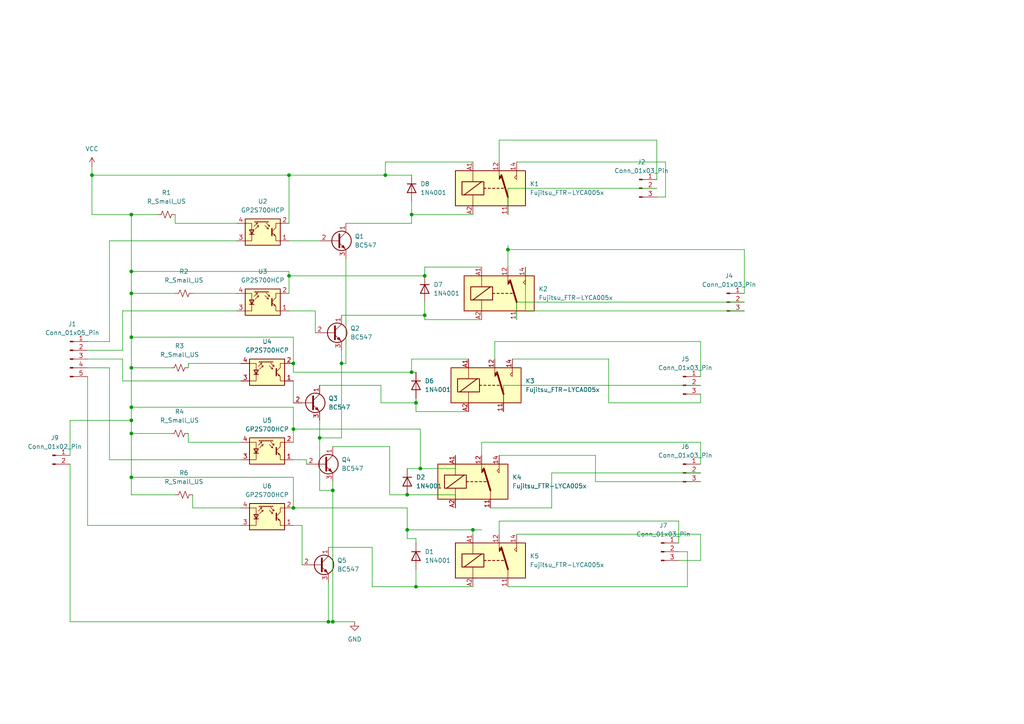
<source format=kicad_sch>
(kicad_sch
	(version 20250114)
	(generator "eeschema")
	(generator_version "9.0")
	(uuid "13fcaeb2-5bd0-402a-b698-3d195a754fd2")
	(paper "A4")
	(lib_symbols
		(symbol "Connector:Conn_01x02_Pin"
			(pin_names
				(offset 1.016)
				(hide yes)
			)
			(exclude_from_sim no)
			(in_bom yes)
			(on_board yes)
			(property "Reference" "J"
				(at 0 2.54 0)
				(effects
					(font
						(size 1.27 1.27)
					)
				)
			)
			(property "Value" "Conn_01x02_Pin"
				(at 0 -5.08 0)
				(effects
					(font
						(size 1.27 1.27)
					)
				)
			)
			(property "Footprint" ""
				(at 0 0 0)
				(effects
					(font
						(size 1.27 1.27)
					)
					(hide yes)
				)
			)
			(property "Datasheet" "~"
				(at 0 0 0)
				(effects
					(font
						(size 1.27 1.27)
					)
					(hide yes)
				)
			)
			(property "Description" "Generic connector, single row, 01x02, script generated"
				(at 0 0 0)
				(effects
					(font
						(size 1.27 1.27)
					)
					(hide yes)
				)
			)
			(property "ki_locked" ""
				(at 0 0 0)
				(effects
					(font
						(size 1.27 1.27)
					)
				)
			)
			(property "ki_keywords" "connector"
				(at 0 0 0)
				(effects
					(font
						(size 1.27 1.27)
					)
					(hide yes)
				)
			)
			(property "ki_fp_filters" "Connector*:*_1x??_*"
				(at 0 0 0)
				(effects
					(font
						(size 1.27 1.27)
					)
					(hide yes)
				)
			)
			(symbol "Conn_01x02_Pin_1_1"
				(rectangle
					(start 0.8636 0.127)
					(end 0 -0.127)
					(stroke
						(width 0.1524)
						(type default)
					)
					(fill
						(type outline)
					)
				)
				(rectangle
					(start 0.8636 -2.413)
					(end 0 -2.667)
					(stroke
						(width 0.1524)
						(type default)
					)
					(fill
						(type outline)
					)
				)
				(polyline
					(pts
						(xy 1.27 0) (xy 0.8636 0)
					)
					(stroke
						(width 0.1524)
						(type default)
					)
					(fill
						(type none)
					)
				)
				(polyline
					(pts
						(xy 1.27 -2.54) (xy 0.8636 -2.54)
					)
					(stroke
						(width 0.1524)
						(type default)
					)
					(fill
						(type none)
					)
				)
				(pin passive line
					(at 5.08 0 180)
					(length 3.81)
					(name "Pin_1"
						(effects
							(font
								(size 1.27 1.27)
							)
						)
					)
					(number "1"
						(effects
							(font
								(size 1.27 1.27)
							)
						)
					)
				)
				(pin passive line
					(at 5.08 -2.54 180)
					(length 3.81)
					(name "Pin_2"
						(effects
							(font
								(size 1.27 1.27)
							)
						)
					)
					(number "2"
						(effects
							(font
								(size 1.27 1.27)
							)
						)
					)
				)
			)
			(embedded_fonts no)
		)
		(symbol "Connector:Conn_01x03_Pin"
			(pin_names
				(offset 1.016)
				(hide yes)
			)
			(exclude_from_sim no)
			(in_bom yes)
			(on_board yes)
			(property "Reference" "J"
				(at 0 5.08 0)
				(effects
					(font
						(size 1.27 1.27)
					)
				)
			)
			(property "Value" "Conn_01x03_Pin"
				(at 0 -5.08 0)
				(effects
					(font
						(size 1.27 1.27)
					)
				)
			)
			(property "Footprint" ""
				(at 0 0 0)
				(effects
					(font
						(size 1.27 1.27)
					)
					(hide yes)
				)
			)
			(property "Datasheet" "~"
				(at 0 0 0)
				(effects
					(font
						(size 1.27 1.27)
					)
					(hide yes)
				)
			)
			(property "Description" "Generic connector, single row, 01x03, script generated"
				(at 0 0 0)
				(effects
					(font
						(size 1.27 1.27)
					)
					(hide yes)
				)
			)
			(property "ki_locked" ""
				(at 0 0 0)
				(effects
					(font
						(size 1.27 1.27)
					)
				)
			)
			(property "ki_keywords" "connector"
				(at 0 0 0)
				(effects
					(font
						(size 1.27 1.27)
					)
					(hide yes)
				)
			)
			(property "ki_fp_filters" "Connector*:*_1x??_*"
				(at 0 0 0)
				(effects
					(font
						(size 1.27 1.27)
					)
					(hide yes)
				)
			)
			(symbol "Conn_01x03_Pin_1_1"
				(rectangle
					(start 0.8636 2.667)
					(end 0 2.413)
					(stroke
						(width 0.1524)
						(type default)
					)
					(fill
						(type outline)
					)
				)
				(rectangle
					(start 0.8636 0.127)
					(end 0 -0.127)
					(stroke
						(width 0.1524)
						(type default)
					)
					(fill
						(type outline)
					)
				)
				(rectangle
					(start 0.8636 -2.413)
					(end 0 -2.667)
					(stroke
						(width 0.1524)
						(type default)
					)
					(fill
						(type outline)
					)
				)
				(polyline
					(pts
						(xy 1.27 2.54) (xy 0.8636 2.54)
					)
					(stroke
						(width 0.1524)
						(type default)
					)
					(fill
						(type none)
					)
				)
				(polyline
					(pts
						(xy 1.27 0) (xy 0.8636 0)
					)
					(stroke
						(width 0.1524)
						(type default)
					)
					(fill
						(type none)
					)
				)
				(polyline
					(pts
						(xy 1.27 -2.54) (xy 0.8636 -2.54)
					)
					(stroke
						(width 0.1524)
						(type default)
					)
					(fill
						(type none)
					)
				)
				(pin passive line
					(at 5.08 2.54 180)
					(length 3.81)
					(name "Pin_1"
						(effects
							(font
								(size 1.27 1.27)
							)
						)
					)
					(number "1"
						(effects
							(font
								(size 1.27 1.27)
							)
						)
					)
				)
				(pin passive line
					(at 5.08 0 180)
					(length 3.81)
					(name "Pin_2"
						(effects
							(font
								(size 1.27 1.27)
							)
						)
					)
					(number "2"
						(effects
							(font
								(size 1.27 1.27)
							)
						)
					)
				)
				(pin passive line
					(at 5.08 -2.54 180)
					(length 3.81)
					(name "Pin_3"
						(effects
							(font
								(size 1.27 1.27)
							)
						)
					)
					(number "3"
						(effects
							(font
								(size 1.27 1.27)
							)
						)
					)
				)
			)
			(embedded_fonts no)
		)
		(symbol "Connector:Conn_01x05_Pin"
			(pin_names
				(offset 1.016)
				(hide yes)
			)
			(exclude_from_sim no)
			(in_bom yes)
			(on_board yes)
			(property "Reference" "J"
				(at 0 7.62 0)
				(effects
					(font
						(size 1.27 1.27)
					)
				)
			)
			(property "Value" "Conn_01x05_Pin"
				(at 0 -7.62 0)
				(effects
					(font
						(size 1.27 1.27)
					)
				)
			)
			(property "Footprint" ""
				(at 0 0 0)
				(effects
					(font
						(size 1.27 1.27)
					)
					(hide yes)
				)
			)
			(property "Datasheet" "~"
				(at 0 0 0)
				(effects
					(font
						(size 1.27 1.27)
					)
					(hide yes)
				)
			)
			(property "Description" "Generic connector, single row, 01x05, script generated"
				(at 0 0 0)
				(effects
					(font
						(size 1.27 1.27)
					)
					(hide yes)
				)
			)
			(property "ki_locked" ""
				(at 0 0 0)
				(effects
					(font
						(size 1.27 1.27)
					)
				)
			)
			(property "ki_keywords" "connector"
				(at 0 0 0)
				(effects
					(font
						(size 1.27 1.27)
					)
					(hide yes)
				)
			)
			(property "ki_fp_filters" "Connector*:*_1x??_*"
				(at 0 0 0)
				(effects
					(font
						(size 1.27 1.27)
					)
					(hide yes)
				)
			)
			(symbol "Conn_01x05_Pin_1_1"
				(rectangle
					(start 0.8636 5.207)
					(end 0 4.953)
					(stroke
						(width 0.1524)
						(type default)
					)
					(fill
						(type outline)
					)
				)
				(rectangle
					(start 0.8636 2.667)
					(end 0 2.413)
					(stroke
						(width 0.1524)
						(type default)
					)
					(fill
						(type outline)
					)
				)
				(rectangle
					(start 0.8636 0.127)
					(end 0 -0.127)
					(stroke
						(width 0.1524)
						(type default)
					)
					(fill
						(type outline)
					)
				)
				(rectangle
					(start 0.8636 -2.413)
					(end 0 -2.667)
					(stroke
						(width 0.1524)
						(type default)
					)
					(fill
						(type outline)
					)
				)
				(rectangle
					(start 0.8636 -4.953)
					(end 0 -5.207)
					(stroke
						(width 0.1524)
						(type default)
					)
					(fill
						(type outline)
					)
				)
				(polyline
					(pts
						(xy 1.27 5.08) (xy 0.8636 5.08)
					)
					(stroke
						(width 0.1524)
						(type default)
					)
					(fill
						(type none)
					)
				)
				(polyline
					(pts
						(xy 1.27 2.54) (xy 0.8636 2.54)
					)
					(stroke
						(width 0.1524)
						(type default)
					)
					(fill
						(type none)
					)
				)
				(polyline
					(pts
						(xy 1.27 0) (xy 0.8636 0)
					)
					(stroke
						(width 0.1524)
						(type default)
					)
					(fill
						(type none)
					)
				)
				(polyline
					(pts
						(xy 1.27 -2.54) (xy 0.8636 -2.54)
					)
					(stroke
						(width 0.1524)
						(type default)
					)
					(fill
						(type none)
					)
				)
				(polyline
					(pts
						(xy 1.27 -5.08) (xy 0.8636 -5.08)
					)
					(stroke
						(width 0.1524)
						(type default)
					)
					(fill
						(type none)
					)
				)
				(pin passive line
					(at 5.08 5.08 180)
					(length 3.81)
					(name "Pin_1"
						(effects
							(font
								(size 1.27 1.27)
							)
						)
					)
					(number "1"
						(effects
							(font
								(size 1.27 1.27)
							)
						)
					)
				)
				(pin passive line
					(at 5.08 2.54 180)
					(length 3.81)
					(name "Pin_2"
						(effects
							(font
								(size 1.27 1.27)
							)
						)
					)
					(number "2"
						(effects
							(font
								(size 1.27 1.27)
							)
						)
					)
				)
				(pin passive line
					(at 5.08 0 180)
					(length 3.81)
					(name "Pin_3"
						(effects
							(font
								(size 1.27 1.27)
							)
						)
					)
					(number "3"
						(effects
							(font
								(size 1.27 1.27)
							)
						)
					)
				)
				(pin passive line
					(at 5.08 -2.54 180)
					(length 3.81)
					(name "Pin_4"
						(effects
							(font
								(size 1.27 1.27)
							)
						)
					)
					(number "4"
						(effects
							(font
								(size 1.27 1.27)
							)
						)
					)
				)
				(pin passive line
					(at 5.08 -5.08 180)
					(length 3.81)
					(name "Pin_5"
						(effects
							(font
								(size 1.27 1.27)
							)
						)
					)
					(number "5"
						(effects
							(font
								(size 1.27 1.27)
							)
						)
					)
				)
			)
			(embedded_fonts no)
		)
		(symbol "Device:R_Small_US"
			(pin_numbers
				(hide yes)
			)
			(pin_names
				(offset 0.254)
				(hide yes)
			)
			(exclude_from_sim no)
			(in_bom yes)
			(on_board yes)
			(property "Reference" "R"
				(at 0.762 0.508 0)
				(effects
					(font
						(size 1.27 1.27)
					)
					(justify left)
				)
			)
			(property "Value" "R_Small_US"
				(at 0.762 -1.016 0)
				(effects
					(font
						(size 1.27 1.27)
					)
					(justify left)
				)
			)
			(property "Footprint" ""
				(at 0 0 0)
				(effects
					(font
						(size 1.27 1.27)
					)
					(hide yes)
				)
			)
			(property "Datasheet" "~"
				(at 0 0 0)
				(effects
					(font
						(size 1.27 1.27)
					)
					(hide yes)
				)
			)
			(property "Description" "Resistor, small US symbol"
				(at 0 0 0)
				(effects
					(font
						(size 1.27 1.27)
					)
					(hide yes)
				)
			)
			(property "ki_keywords" "r resistor"
				(at 0 0 0)
				(effects
					(font
						(size 1.27 1.27)
					)
					(hide yes)
				)
			)
			(property "ki_fp_filters" "R_*"
				(at 0 0 0)
				(effects
					(font
						(size 1.27 1.27)
					)
					(hide yes)
				)
			)
			(symbol "R_Small_US_1_1"
				(polyline
					(pts
						(xy 0 1.524) (xy 1.016 1.143) (xy 0 0.762) (xy -1.016 0.381) (xy 0 0)
					)
					(stroke
						(width 0)
						(type default)
					)
					(fill
						(type none)
					)
				)
				(polyline
					(pts
						(xy 0 0) (xy 1.016 -0.381) (xy 0 -0.762) (xy -1.016 -1.143) (xy 0 -1.524)
					)
					(stroke
						(width 0)
						(type default)
					)
					(fill
						(type none)
					)
				)
				(pin passive line
					(at 0 2.54 270)
					(length 1.016)
					(name "~"
						(effects
							(font
								(size 1.27 1.27)
							)
						)
					)
					(number "1"
						(effects
							(font
								(size 1.27 1.27)
							)
						)
					)
				)
				(pin passive line
					(at 0 -2.54 90)
					(length 1.016)
					(name "~"
						(effects
							(font
								(size 1.27 1.27)
							)
						)
					)
					(number "2"
						(effects
							(font
								(size 1.27 1.27)
							)
						)
					)
				)
			)
			(embedded_fonts no)
		)
		(symbol "Diode:1N4001"
			(pin_numbers
				(hide yes)
			)
			(pin_names
				(hide yes)
			)
			(exclude_from_sim no)
			(in_bom yes)
			(on_board yes)
			(property "Reference" "D"
				(at 0 2.54 0)
				(effects
					(font
						(size 1.27 1.27)
					)
				)
			)
			(property "Value" "1N4001"
				(at 0 -2.54 0)
				(effects
					(font
						(size 1.27 1.27)
					)
				)
			)
			(property "Footprint" "Diode_THT:D_DO-41_SOD81_P10.16mm_Horizontal"
				(at 0 0 0)
				(effects
					(font
						(size 1.27 1.27)
					)
					(hide yes)
				)
			)
			(property "Datasheet" "http://www.vishay.com/docs/88503/1n4001.pdf"
				(at 0 0 0)
				(effects
					(font
						(size 1.27 1.27)
					)
					(hide yes)
				)
			)
			(property "Description" "50V 1A General Purpose Rectifier Diode, DO-41"
				(at 0 0 0)
				(effects
					(font
						(size 1.27 1.27)
					)
					(hide yes)
				)
			)
			(property "Sim.Device" "D"
				(at 0 0 0)
				(effects
					(font
						(size 1.27 1.27)
					)
					(hide yes)
				)
			)
			(property "Sim.Pins" "1=K 2=A"
				(at 0 0 0)
				(effects
					(font
						(size 1.27 1.27)
					)
					(hide yes)
				)
			)
			(property "ki_keywords" "diode"
				(at 0 0 0)
				(effects
					(font
						(size 1.27 1.27)
					)
					(hide yes)
				)
			)
			(property "ki_fp_filters" "D*DO?41*"
				(at 0 0 0)
				(effects
					(font
						(size 1.27 1.27)
					)
					(hide yes)
				)
			)
			(symbol "1N4001_0_1"
				(polyline
					(pts
						(xy -1.27 1.27) (xy -1.27 -1.27)
					)
					(stroke
						(width 0.254)
						(type default)
					)
					(fill
						(type none)
					)
				)
				(polyline
					(pts
						(xy 1.27 1.27) (xy 1.27 -1.27) (xy -1.27 0) (xy 1.27 1.27)
					)
					(stroke
						(width 0.254)
						(type default)
					)
					(fill
						(type none)
					)
				)
				(polyline
					(pts
						(xy 1.27 0) (xy -1.27 0)
					)
					(stroke
						(width 0)
						(type default)
					)
					(fill
						(type none)
					)
				)
			)
			(symbol "1N4001_1_1"
				(pin passive line
					(at -3.81 0 0)
					(length 2.54)
					(name "K"
						(effects
							(font
								(size 1.27 1.27)
							)
						)
					)
					(number "1"
						(effects
							(font
								(size 1.27 1.27)
							)
						)
					)
				)
				(pin passive line
					(at 3.81 0 180)
					(length 2.54)
					(name "A"
						(effects
							(font
								(size 1.27 1.27)
							)
						)
					)
					(number "2"
						(effects
							(font
								(size 1.27 1.27)
							)
						)
					)
				)
			)
			(embedded_fonts no)
		)
		(symbol "Relay:Fujitsu_FTR-LYCA005x"
			(exclude_from_sim no)
			(in_bom yes)
			(on_board yes)
			(property "Reference" "K"
				(at 11.43 3.81 0)
				(effects
					(font
						(size 1.27 1.27)
					)
					(justify left)
				)
			)
			(property "Value" "Fujitsu_FTR-LYCA005x"
				(at 11.43 1.27 0)
				(effects
					(font
						(size 1.27 1.27)
					)
					(justify left)
				)
			)
			(property "Footprint" "Relay_THT:Relay_SPDT_Fujitsu_FTR-LYCA005x_FormC_Vertical"
				(at 11.43 -1.27 0)
				(effects
					(font
						(size 1.27 1.27)
					)
					(justify left)
					(hide yes)
				)
			)
			(property "Datasheet" "https://www.fujitsu.com/sg/imagesgig5/ftr-ly.pdf"
				(at 16.51 -3.81 0)
				(effects
					(font
						(size 1.27 1.27)
					)
					(justify left)
					(hide yes)
				)
			)
			(property "Description" "Relay, SPDT Form C, vertical mount, 5-60V coil, 6A, 250VAC, 28 x 5 x 15mm"
				(at 0 0 0)
				(effects
					(font
						(size 1.27 1.27)
					)
					(hide yes)
				)
			)
			(property "ki_keywords" "6A SPDT Relay"
				(at 0 0 0)
				(effects
					(font
						(size 1.27 1.27)
					)
					(hide yes)
				)
			)
			(property "ki_fp_filters" "Relay*Fujitsu*FTR?LYC*"
				(at 0 0 0)
				(effects
					(font
						(size 1.27 1.27)
					)
					(hide yes)
				)
			)
			(symbol "Fujitsu_FTR-LYCA005x_0_0"
				(polyline
					(pts
						(xy 7.62 5.08) (xy 7.62 2.54) (xy 6.985 3.175) (xy 7.62 3.81)
					)
					(stroke
						(width 0)
						(type default)
					)
					(fill
						(type none)
					)
				)
			)
			(symbol "Fujitsu_FTR-LYCA005x_0_1"
				(rectangle
					(start -10.16 5.08)
					(end 10.16 -5.08)
					(stroke
						(width 0.254)
						(type default)
					)
					(fill
						(type background)
					)
				)
				(rectangle
					(start -8.255 1.905)
					(end -1.905 -1.905)
					(stroke
						(width 0.254)
						(type default)
					)
					(fill
						(type none)
					)
				)
				(polyline
					(pts
						(xy -7.62 -1.905) (xy -2.54 1.905)
					)
					(stroke
						(width 0.254)
						(type default)
					)
					(fill
						(type none)
					)
				)
				(polyline
					(pts
						(xy -5.08 5.08) (xy -5.08 1.905)
					)
					(stroke
						(width 0)
						(type default)
					)
					(fill
						(type none)
					)
				)
				(polyline
					(pts
						(xy -5.08 -5.08) (xy -5.08 -1.905)
					)
					(stroke
						(width 0)
						(type default)
					)
					(fill
						(type none)
					)
				)
				(polyline
					(pts
						(xy -1.905 0) (xy -1.27 0)
					)
					(stroke
						(width 0.254)
						(type default)
					)
					(fill
						(type none)
					)
				)
				(polyline
					(pts
						(xy -0.635 0) (xy 0 0)
					)
					(stroke
						(width 0.254)
						(type default)
					)
					(fill
						(type none)
					)
				)
				(polyline
					(pts
						(xy 0.635 0) (xy 1.27 0)
					)
					(stroke
						(width 0.254)
						(type default)
					)
					(fill
						(type none)
					)
				)
				(polyline
					(pts
						(xy 1.905 0) (xy 2.54 0)
					)
					(stroke
						(width 0.254)
						(type default)
					)
					(fill
						(type none)
					)
				)
				(polyline
					(pts
						(xy 2.54 5.08) (xy 2.54 2.54) (xy 3.175 3.175) (xy 2.54 3.81)
					)
					(stroke
						(width 0)
						(type default)
					)
					(fill
						(type outline)
					)
				)
				(polyline
					(pts
						(xy 3.175 0) (xy 3.81 0)
					)
					(stroke
						(width 0.254)
						(type default)
					)
					(fill
						(type none)
					)
				)
				(polyline
					(pts
						(xy 5.08 -2.54) (xy 3.175 3.81)
					)
					(stroke
						(width 0.508)
						(type default)
					)
					(fill
						(type none)
					)
				)
				(polyline
					(pts
						(xy 5.08 -2.54) (xy 5.08 -5.08)
					)
					(stroke
						(width 0)
						(type default)
					)
					(fill
						(type none)
					)
				)
			)
			(symbol "Fujitsu_FTR-LYCA005x_1_1"
				(pin passive line
					(at -5.08 7.62 270)
					(length 2.54)
					(name "~"
						(effects
							(font
								(size 1.27 1.27)
							)
						)
					)
					(number "A1"
						(effects
							(font
								(size 1.27 1.27)
							)
						)
					)
				)
				(pin passive line
					(at -5.08 -7.62 90)
					(length 2.54)
					(name "~"
						(effects
							(font
								(size 1.27 1.27)
							)
						)
					)
					(number "A2"
						(effects
							(font
								(size 1.27 1.27)
							)
						)
					)
				)
				(pin passive line
					(at 2.54 7.62 270)
					(length 2.54)
					(name "~"
						(effects
							(font
								(size 1.27 1.27)
							)
						)
					)
					(number "12"
						(effects
							(font
								(size 1.27 1.27)
							)
						)
					)
				)
				(pin passive line
					(at 5.08 -7.62 90)
					(length 2.54)
					(name "~"
						(effects
							(font
								(size 1.27 1.27)
							)
						)
					)
					(number "11"
						(effects
							(font
								(size 1.27 1.27)
							)
						)
					)
				)
				(pin passive line
					(at 7.62 7.62 270)
					(length 2.54)
					(name "~"
						(effects
							(font
								(size 1.27 1.27)
							)
						)
					)
					(number "14"
						(effects
							(font
								(size 1.27 1.27)
							)
						)
					)
				)
			)
			(embedded_fonts no)
		)
		(symbol "Sensor_Proximity:GP2S700HCP"
			(pin_names
				(offset 0.0254)
				(hide yes)
			)
			(exclude_from_sim no)
			(in_bom yes)
			(on_board yes)
			(property "Reference" "U"
				(at -3.81 5.08 0)
				(effects
					(font
						(size 1.27 1.27)
					)
				)
			)
			(property "Value" "GP2S700HCP"
				(at 12.7 5.08 0)
				(effects
					(font
						(size 1.27 1.27)
					)
					(justify right)
				)
			)
			(property "Footprint" "OptoDevice:Sharp_GP2S700HCP"
				(at 0 -5.08 0)
				(effects
					(font
						(size 1.27 1.27)
					)
					(hide yes)
				)
			)
			(property "Datasheet" "https://www.sharpsde.com/fileadmin/products/Optoelectronics/Isolation%20Devices/Specs_Photointerrupter/GP2S700HCP_03Oct05_DS_D3-A02201FEN.pdf"
				(at 0 2.54 0)
				(effects
					(font
						(size 1.27 1.27)
					)
					(hide yes)
				)
			)
			(property "Description" "Reflective Optical Sensor 0.217\" (5.5mm) 4-SMD"
				(at 0 0 0)
				(effects
					(font
						(size 1.27 1.27)
					)
					(hide yes)
				)
			)
			(property "ki_keywords" "Reflective Optical Sensor Opto reflex coupler"
				(at 0 0 0)
				(effects
					(font
						(size 1.27 1.27)
					)
					(hide yes)
				)
			)
			(property "ki_fp_filters" "Sharp*GP2S700HCP*"
				(at 0 0 0)
				(effects
					(font
						(size 1.27 1.27)
					)
					(hide yes)
				)
			)
			(symbol "GP2S700HCP_0_1"
				(polyline
					(pts
						(xy -5.08 -2.54) (xy -3.175 -2.54) (xy -3.175 2.54) (xy -5.08 2.54)
					)
					(stroke
						(width 0)
						(type default)
					)
					(fill
						(type none)
					)
				)
				(polyline
					(pts
						(xy -5.08 -3.81) (xy 5.08 -3.81) (xy 5.08 3.81) (xy -5.08 3.81) (xy -5.08 -3.81)
					)
					(stroke
						(width 0.254)
						(type default)
					)
					(fill
						(type background)
					)
				)
				(polyline
					(pts
						(xy -3.81 -0.635) (xy -2.54 -0.635)
					)
					(stroke
						(width 0.254)
						(type default)
					)
					(fill
						(type none)
					)
				)
				(polyline
					(pts
						(xy -3.175 -0.635) (xy -3.81 0.635) (xy -2.54 0.635) (xy -3.175 -0.635)
					)
					(stroke
						(width 0.254)
						(type default)
					)
					(fill
						(type none)
					)
				)
				(polyline
					(pts
						(xy -2.54 1.651) (xy -1.524 2.667) (xy -2.032 2.54)
					)
					(stroke
						(width 0)
						(type default)
					)
					(fill
						(type none)
					)
				)
				(polyline
					(pts
						(xy -2.286 2.921) (xy -2.032 3.175)
					)
					(stroke
						(width 0)
						(type default)
					)
					(fill
						(type none)
					)
				)
				(polyline
					(pts
						(xy -2.159 0.889) (xy -1.143 1.905) (xy -1.651 1.778)
					)
					(stroke
						(width 0)
						(type default)
					)
					(fill
						(type none)
					)
				)
				(polyline
					(pts
						(xy -1.778 2.921) (xy -1.524 3.175)
					)
					(stroke
						(width 0)
						(type default)
					)
					(fill
						(type none)
					)
				)
				(polyline
					(pts
						(xy -1.524 2.667) (xy -1.651 2.159)
					)
					(stroke
						(width 0)
						(type default)
					)
					(fill
						(type none)
					)
				)
				(polyline
					(pts
						(xy -1.27 2.921) (xy -1.016 3.175)
					)
					(stroke
						(width 0)
						(type default)
					)
					(fill
						(type none)
					)
				)
				(polyline
					(pts
						(xy -1.143 1.905) (xy -1.27 1.397)
					)
					(stroke
						(width 0)
						(type default)
					)
					(fill
						(type none)
					)
				)
				(polyline
					(pts
						(xy -0.762 2.921) (xy -0.508 3.175)
					)
					(stroke
						(width 0)
						(type default)
					)
					(fill
						(type none)
					)
				)
				(polyline
					(pts
						(xy -0.254 2.921) (xy 0 3.175)
					)
					(stroke
						(width 0)
						(type default)
					)
					(fill
						(type none)
					)
				)
				(polyline
					(pts
						(xy 0.254 2.921) (xy 0.508 3.175)
					)
					(stroke
						(width 0)
						(type default)
					)
					(fill
						(type none)
					)
				)
				(polyline
					(pts
						(xy 0.635 1.905) (xy 1.651 0.889) (xy 1.524 1.397)
					)
					(stroke
						(width 0)
						(type default)
					)
					(fill
						(type none)
					)
				)
				(polyline
					(pts
						(xy 0.762 2.921) (xy 1.016 3.175)
					)
					(stroke
						(width 0)
						(type default)
					)
					(fill
						(type none)
					)
				)
				(polyline
					(pts
						(xy 1.016 2.667) (xy 2.032 1.651) (xy 1.905 2.159)
					)
					(stroke
						(width 0)
						(type default)
					)
					(fill
						(type none)
					)
				)
				(polyline
					(pts
						(xy 1.27 2.921) (xy 1.524 3.175)
					)
					(stroke
						(width 0)
						(type default)
					)
					(fill
						(type none)
					)
				)
				(polyline
					(pts
						(xy 1.651 0.889) (xy 1.143 1.016)
					)
					(stroke
						(width 0)
						(type default)
					)
					(fill
						(type none)
					)
				)
				(polyline
					(pts
						(xy 1.778 2.921) (xy -2.413 2.921)
					)
					(stroke
						(width 0)
						(type default)
					)
					(fill
						(type none)
					)
				)
				(polyline
					(pts
						(xy 2.032 1.651) (xy 1.524 1.778)
					)
					(stroke
						(width 0)
						(type default)
					)
					(fill
						(type none)
					)
				)
				(polyline
					(pts
						(xy 2.667 1.016) (xy 2.667 -1.016) (xy 2.667 -1.016)
					)
					(stroke
						(width 0.3556)
						(type default)
					)
					(fill
						(type none)
					)
				)
				(polyline
					(pts
						(xy 2.667 0.127) (xy 3.81 1.27)
					)
					(stroke
						(width 0)
						(type default)
					)
					(fill
						(type none)
					)
				)
				(polyline
					(pts
						(xy 2.667 -0.127) (xy 3.81 -1.27)
					)
					(stroke
						(width 0)
						(type default)
					)
					(fill
						(type none)
					)
				)
				(polyline
					(pts
						(xy 3.683 -1.143) (xy 3.429 -0.635) (xy 3.175 -0.889) (xy 3.683 -1.143)
					)
					(stroke
						(width 0)
						(type default)
					)
					(fill
						(type none)
					)
				)
				(polyline
					(pts
						(xy 3.81 1.27) (xy 3.81 2.54) (xy 5.08 2.54)
					)
					(stroke
						(width 0)
						(type default)
					)
					(fill
						(type none)
					)
				)
				(polyline
					(pts
						(xy 3.81 -1.27) (xy 3.81 -2.54) (xy 5.08 -2.54)
					)
					(stroke
						(width 0)
						(type default)
					)
					(fill
						(type none)
					)
				)
			)
			(symbol "GP2S700HCP_1_1"
				(pin passive line
					(at -7.62 2.54 0)
					(length 2.54)
					(name "A"
						(effects
							(font
								(size 1.27 1.27)
							)
						)
					)
					(number "4"
						(effects
							(font
								(size 1.27 1.27)
							)
						)
					)
				)
				(pin passive line
					(at -7.62 -2.54 0)
					(length 2.54)
					(name "K"
						(effects
							(font
								(size 1.27 1.27)
							)
						)
					)
					(number "3"
						(effects
							(font
								(size 1.27 1.27)
							)
						)
					)
				)
				(pin open_collector line
					(at 7.62 2.54 180)
					(length 2.54)
					(name "~"
						(effects
							(font
								(size 1.27 1.27)
							)
						)
					)
					(number "2"
						(effects
							(font
								(size 1.27 1.27)
							)
						)
					)
				)
				(pin open_emitter line
					(at 7.62 -2.54 180)
					(length 2.54)
					(name "~"
						(effects
							(font
								(size 1.27 1.27)
							)
						)
					)
					(number "1"
						(effects
							(font
								(size 1.27 1.27)
							)
						)
					)
				)
			)
			(embedded_fonts no)
		)
		(symbol "Transistor_BJT:BC547"
			(pin_names
				(offset 0)
				(hide yes)
			)
			(exclude_from_sim no)
			(in_bom yes)
			(on_board yes)
			(property "Reference" "Q"
				(at 5.08 1.905 0)
				(effects
					(font
						(size 1.27 1.27)
					)
					(justify left)
				)
			)
			(property "Value" "BC547"
				(at 5.08 0 0)
				(effects
					(font
						(size 1.27 1.27)
					)
					(justify left)
				)
			)
			(property "Footprint" "Package_TO_SOT_THT:TO-92_Inline"
				(at 5.08 -1.905 0)
				(effects
					(font
						(size 1.27 1.27)
						(italic yes)
					)
					(justify left)
					(hide yes)
				)
			)
			(property "Datasheet" "https://www.onsemi.com/pub/Collateral/BC550-D.pdf"
				(at 0 0 0)
				(effects
					(font
						(size 1.27 1.27)
					)
					(justify left)
					(hide yes)
				)
			)
			(property "Description" "0.1A Ic, 45V Vce, Small Signal NPN Transistor, TO-92"
				(at 0 0 0)
				(effects
					(font
						(size 1.27 1.27)
					)
					(hide yes)
				)
			)
			(property "ki_keywords" "NPN Transistor"
				(at 0 0 0)
				(effects
					(font
						(size 1.27 1.27)
					)
					(hide yes)
				)
			)
			(property "ki_fp_filters" "TO?92*"
				(at 0 0 0)
				(effects
					(font
						(size 1.27 1.27)
					)
					(hide yes)
				)
			)
			(symbol "BC547_0_1"
				(polyline
					(pts
						(xy -2.54 0) (xy 0.635 0)
					)
					(stroke
						(width 0)
						(type default)
					)
					(fill
						(type none)
					)
				)
				(polyline
					(pts
						(xy 0.635 1.905) (xy 0.635 -1.905)
					)
					(stroke
						(width 0.508)
						(type default)
					)
					(fill
						(type none)
					)
				)
				(circle
					(center 1.27 0)
					(radius 2.8194)
					(stroke
						(width 0.254)
						(type default)
					)
					(fill
						(type none)
					)
				)
			)
			(symbol "BC547_1_1"
				(polyline
					(pts
						(xy 0.635 0.635) (xy 2.54 2.54)
					)
					(stroke
						(width 0)
						(type default)
					)
					(fill
						(type none)
					)
				)
				(polyline
					(pts
						(xy 0.635 -0.635) (xy 2.54 -2.54)
					)
					(stroke
						(width 0)
						(type default)
					)
					(fill
						(type none)
					)
				)
				(polyline
					(pts
						(xy 1.27 -1.778) (xy 1.778 -1.27) (xy 2.286 -2.286) (xy 1.27 -1.778)
					)
					(stroke
						(width 0)
						(type default)
					)
					(fill
						(type outline)
					)
				)
				(pin input line
					(at -5.08 0 0)
					(length 2.54)
					(name "B"
						(effects
							(font
								(size 1.27 1.27)
							)
						)
					)
					(number "2"
						(effects
							(font
								(size 1.27 1.27)
							)
						)
					)
				)
				(pin passive line
					(at 2.54 5.08 270)
					(length 2.54)
					(name "C"
						(effects
							(font
								(size 1.27 1.27)
							)
						)
					)
					(number "1"
						(effects
							(font
								(size 1.27 1.27)
							)
						)
					)
				)
				(pin passive line
					(at 2.54 -5.08 90)
					(length 2.54)
					(name "E"
						(effects
							(font
								(size 1.27 1.27)
							)
						)
					)
					(number "3"
						(effects
							(font
								(size 1.27 1.27)
							)
						)
					)
				)
			)
			(embedded_fonts no)
		)
		(symbol "power:GND"
			(power)
			(pin_numbers
				(hide yes)
			)
			(pin_names
				(offset 0)
				(hide yes)
			)
			(exclude_from_sim no)
			(in_bom yes)
			(on_board yes)
			(property "Reference" "#PWR"
				(at 0 -6.35 0)
				(effects
					(font
						(size 1.27 1.27)
					)
					(hide yes)
				)
			)
			(property "Value" "GND"
				(at 0 -3.81 0)
				(effects
					(font
						(size 1.27 1.27)
					)
				)
			)
			(property "Footprint" ""
				(at 0 0 0)
				(effects
					(font
						(size 1.27 1.27)
					)
					(hide yes)
				)
			)
			(property "Datasheet" ""
				(at 0 0 0)
				(effects
					(font
						(size 1.27 1.27)
					)
					(hide yes)
				)
			)
			(property "Description" "Power symbol creates a global label with name \"GND\" , ground"
				(at 0 0 0)
				(effects
					(font
						(size 1.27 1.27)
					)
					(hide yes)
				)
			)
			(property "ki_keywords" "global power"
				(at 0 0 0)
				(effects
					(font
						(size 1.27 1.27)
					)
					(hide yes)
				)
			)
			(symbol "GND_0_1"
				(polyline
					(pts
						(xy 0 0) (xy 0 -1.27) (xy 1.27 -1.27) (xy 0 -2.54) (xy -1.27 -1.27) (xy 0 -1.27)
					)
					(stroke
						(width 0)
						(type default)
					)
					(fill
						(type none)
					)
				)
			)
			(symbol "GND_1_1"
				(pin power_in line
					(at 0 0 270)
					(length 0)
					(name "~"
						(effects
							(font
								(size 1.27 1.27)
							)
						)
					)
					(number "1"
						(effects
							(font
								(size 1.27 1.27)
							)
						)
					)
				)
			)
			(embedded_fonts no)
		)
		(symbol "power:VCC"
			(power)
			(pin_numbers
				(hide yes)
			)
			(pin_names
				(offset 0)
				(hide yes)
			)
			(exclude_from_sim no)
			(in_bom yes)
			(on_board yes)
			(property "Reference" "#PWR"
				(at 0 -3.81 0)
				(effects
					(font
						(size 1.27 1.27)
					)
					(hide yes)
				)
			)
			(property "Value" "VCC"
				(at 0 3.556 0)
				(effects
					(font
						(size 1.27 1.27)
					)
				)
			)
			(property "Footprint" ""
				(at 0 0 0)
				(effects
					(font
						(size 1.27 1.27)
					)
					(hide yes)
				)
			)
			(property "Datasheet" ""
				(at 0 0 0)
				(effects
					(font
						(size 1.27 1.27)
					)
					(hide yes)
				)
			)
			(property "Description" "Power symbol creates a global label with name \"VCC\""
				(at 0 0 0)
				(effects
					(font
						(size 1.27 1.27)
					)
					(hide yes)
				)
			)
			(property "ki_keywords" "global power"
				(at 0 0 0)
				(effects
					(font
						(size 1.27 1.27)
					)
					(hide yes)
				)
			)
			(symbol "VCC_0_1"
				(polyline
					(pts
						(xy -0.762 1.27) (xy 0 2.54)
					)
					(stroke
						(width 0)
						(type default)
					)
					(fill
						(type none)
					)
				)
				(polyline
					(pts
						(xy 0 2.54) (xy 0.762 1.27)
					)
					(stroke
						(width 0)
						(type default)
					)
					(fill
						(type none)
					)
				)
				(polyline
					(pts
						(xy 0 0) (xy 0 2.54)
					)
					(stroke
						(width 0)
						(type default)
					)
					(fill
						(type none)
					)
				)
			)
			(symbol "VCC_1_1"
				(pin power_in line
					(at 0 0 90)
					(length 0)
					(name "~"
						(effects
							(font
								(size 1.27 1.27)
							)
						)
					)
					(number "1"
						(effects
							(font
								(size 1.27 1.27)
							)
						)
					)
				)
			)
			(embedded_fonts no)
		)
	)
	(junction
		(at 121.92 135.89)
		(diameter 0)
		(color 0 0 0 0)
		(uuid "08612806-7b55-42ae-b2df-bd6b2a4fae0b")
	)
	(junction
		(at 83.82 80.01)
		(diameter 0)
		(color 0 0 0 0)
		(uuid "090d6fa7-56e4-497c-8f65-346d16f0f9ec")
	)
	(junction
		(at 95.25 180.34)
		(diameter 0)
		(color 0 0 0 0)
		(uuid "126ed1a4-27f2-44a7-84db-df0003f61d0b")
	)
	(junction
		(at 38.1 85.09)
		(diameter 0)
		(color 0 0 0 0)
		(uuid "1638d339-085a-4bac-b9a6-a98fc8aab72e")
	)
	(junction
		(at 137.16 153.67)
		(diameter 0)
		(color 0 0 0 0)
		(uuid "292da0dc-23aa-4538-af51-ef6b8a405614")
	)
	(junction
		(at 123.19 80.01)
		(diameter 0)
		(color 0 0 0 0)
		(uuid "3fbc3551-44e9-42e6-9a84-4036b9c11aa0")
	)
	(junction
		(at 118.11 153.67)
		(diameter 0)
		(color 0 0 0 0)
		(uuid "46e38502-dafb-475b-a1f7-62295b5e75e4")
	)
	(junction
		(at 38.1 97.79)
		(diameter 0)
		(color 0 0 0 0)
		(uuid "5ecec5d6-88b8-4ea8-a368-7a8a4e79a8d6")
	)
	(junction
		(at 38.1 106.68)
		(diameter 0)
		(color 0 0 0 0)
		(uuid "685c645a-fd5c-4f40-915b-b45435b4f152")
	)
	(junction
		(at 38.1 125.73)
		(diameter 0)
		(color 0 0 0 0)
		(uuid "75b9fa29-ecbe-4a95-9db0-2d1de247d3ff")
	)
	(junction
		(at 92.71 127)
		(diameter 0)
		(color 0 0 0 0)
		(uuid "80c9c808-bf90-49cb-946e-1c6e1014378e")
	)
	(junction
		(at 119.38 107.95)
		(diameter 0)
		(color 0 0 0 0)
		(uuid "819180b7-4c3e-468d-b464-cbb6a9917dec")
	)
	(junction
		(at 85.09 105.41)
		(diameter 0)
		(color 0 0 0 0)
		(uuid "82b32aaf-ecc4-4923-919f-48aa9a4371ec")
	)
	(junction
		(at 85.09 124.46)
		(diameter 0)
		(color 0 0 0 0)
		(uuid "8a836e25-0da8-4064-bf57-321374b84077")
	)
	(junction
		(at 118.11 143.51)
		(diameter 0)
		(color 0 0 0 0)
		(uuid "957707b8-1358-4880-8eaa-479832491faf")
	)
	(junction
		(at 85.09 147.32)
		(diameter 0)
		(color 0 0 0 0)
		(uuid "985b669c-9637-4acd-9d69-07d10008f385")
	)
	(junction
		(at 147.32 72.39)
		(diameter 0)
		(color 0 0 0 0)
		(uuid "9afd3cb3-ed75-4b69-b3fb-46a8770f1063")
	)
	(junction
		(at 38.1 138.43)
		(diameter 0)
		(color 0 0 0 0)
		(uuid "a7adcc9e-15bd-4a23-8f84-0aba80d6d8de")
	)
	(junction
		(at 83.82 50.8)
		(diameter 0)
		(color 0 0 0 0)
		(uuid "acf427b0-c5f0-4677-a700-50740836d37a")
	)
	(junction
		(at 38.1 78.74)
		(diameter 0)
		(color 0 0 0 0)
		(uuid "b2077f5e-d3c5-4cc3-9648-671826a9f536")
	)
	(junction
		(at 119.38 62.23)
		(diameter 0)
		(color 0 0 0 0)
		(uuid "cba0ab87-a2e3-4cba-a82a-31c3abf5bc5e")
	)
	(junction
		(at 96.52 180.34)
		(diameter 0)
		(color 0 0 0 0)
		(uuid "cea926fc-998f-4373-89c4-18f31cf8d99a")
	)
	(junction
		(at 38.1 121.92)
		(diameter 0)
		(color 0 0 0 0)
		(uuid "d74c255f-d5e5-400b-ad0c-78e582108d80")
	)
	(junction
		(at 96.52 142.24)
		(diameter 0)
		(color 0 0 0 0)
		(uuid "dfd04602-7ae1-46b2-ae9d-b984f379c16e")
	)
	(junction
		(at 99.06 105.41)
		(diameter 0)
		(color 0 0 0 0)
		(uuid "e1cc8246-e445-4039-b28a-4cf909a6af82")
	)
	(junction
		(at 38.1 62.23)
		(diameter 0)
		(color 0 0 0 0)
		(uuid "e58c7b6a-445c-42ff-adef-716c4aeef7f6")
	)
	(junction
		(at 120.65 170.18)
		(diameter 0)
		(color 0 0 0 0)
		(uuid "e7e0d1e8-1f86-49a0-8305-25bae15b8d3c")
	)
	(junction
		(at 120.65 116.84)
		(diameter 0)
		(color 0 0 0 0)
		(uuid "e8347784-c96b-46cf-855b-a4633f278190")
	)
	(junction
		(at 26.67 50.8)
		(diameter 0)
		(color 0 0 0 0)
		(uuid "ebd80bd2-e492-433b-8cf9-f0a24c3dbf5d")
	)
	(junction
		(at 38.1 118.11)
		(diameter 0)
		(color 0 0 0 0)
		(uuid "f69fd912-c82c-4cf3-b6b9-94b7081e44f0")
	)
	(junction
		(at 111.76 50.8)
		(diameter 0)
		(color 0 0 0 0)
		(uuid "f775f352-f39c-42dc-b9d5-a1936e9f71fd")
	)
	(junction
		(at 123.19 91.44)
		(diameter 0)
		(color 0 0 0 0)
		(uuid "f8208058-0e29-496c-8120-0c69a4832ff4")
	)
	(wire
		(pts
			(xy 160.02 137.16) (xy 160.02 147.32)
		)
		(stroke
			(width 0)
			(type default)
		)
		(uuid "01b8f821-a314-4714-bfaf-f02e71248ff5")
	)
	(wire
		(pts
			(xy 68.58 69.85) (xy 31.75 69.85)
		)
		(stroke
			(width 0)
			(type default)
		)
		(uuid "02134690-3847-475d-806b-34437dea9254")
	)
	(wire
		(pts
			(xy 203.2 111.76) (xy 146.05 111.76)
		)
		(stroke
			(width 0)
			(type default)
		)
		(uuid "02f4cfc2-3603-4173-9f11-62b0e88a5c91")
	)
	(wire
		(pts
			(xy 92.71 121.92) (xy 92.71 127)
		)
		(stroke
			(width 0)
			(type default)
		)
		(uuid "033d44a7-6697-4f10-baf7-5f2776cdd07a")
	)
	(wire
		(pts
			(xy 147.32 71.12) (xy 147.32 72.39)
		)
		(stroke
			(width 0)
			(type default)
		)
		(uuid "03af243c-c77c-40f9-9987-100aa258a565")
	)
	(wire
		(pts
			(xy 118.11 153.67) (xy 118.11 156.21)
		)
		(stroke
			(width 0)
			(type default)
		)
		(uuid "0607d6df-3349-4e0d-a272-165c59e0da49")
	)
	(wire
		(pts
			(xy 68.58 64.77) (xy 50.8 64.77)
		)
		(stroke
			(width 0)
			(type default)
		)
		(uuid "069d603d-961e-4c73-9e76-2dbe89dc9ff5")
	)
	(wire
		(pts
			(xy 193.04 57.15) (xy 190.5 57.15)
		)
		(stroke
			(width 0)
			(type default)
		)
		(uuid "06d01599-b1d3-4444-9f1f-775664421818")
	)
	(wire
		(pts
			(xy 31.75 69.85) (xy 31.75 99.06)
		)
		(stroke
			(width 0)
			(type default)
		)
		(uuid "06dc6349-d780-441c-9213-a473d6547160")
	)
	(wire
		(pts
			(xy 92.71 142.24) (xy 96.52 142.24)
		)
		(stroke
			(width 0)
			(type default)
		)
		(uuid "0a8c3481-1df9-4377-9ce8-afcf744c8282")
	)
	(wire
		(pts
			(xy 196.85 157.48) (xy 196.85 151.13)
		)
		(stroke
			(width 0)
			(type default)
		)
		(uuid "0aa09b83-20ac-4b65-b645-fd104a5d58fa")
	)
	(wire
		(pts
			(xy 35.56 101.6) (xy 25.4 101.6)
		)
		(stroke
			(width 0)
			(type default)
		)
		(uuid "0abb7f1f-f6cb-493c-8ccc-3bf587baf47b")
	)
	(wire
		(pts
			(xy 107.95 170.18) (xy 120.65 170.18)
		)
		(stroke
			(width 0)
			(type default)
		)
		(uuid "0bd4b73f-df57-4cc5-9a4b-97ef2a27f8c1")
	)
	(wire
		(pts
			(xy 83.82 78.74) (xy 83.82 80.01)
		)
		(stroke
			(width 0)
			(type default)
		)
		(uuid "0d32a325-143a-41c0-8a94-d479bac13281")
	)
	(wire
		(pts
			(xy 20.32 134.62) (xy 20.32 180.34)
		)
		(stroke
			(width 0)
			(type default)
		)
		(uuid "0dd98841-046f-4813-b675-4848529ad0a6")
	)
	(wire
		(pts
			(xy 38.1 106.68) (xy 38.1 97.79)
		)
		(stroke
			(width 0)
			(type default)
		)
		(uuid "0e876da9-ed54-4881-9908-0808fee5d087")
	)
	(wire
		(pts
			(xy 119.38 62.23) (xy 119.38 64.77)
		)
		(stroke
			(width 0)
			(type default)
		)
		(uuid "0f135639-106b-4b72-b552-c3e2064e7e06")
	)
	(wire
		(pts
			(xy 160.02 147.32) (xy 142.24 147.32)
		)
		(stroke
			(width 0)
			(type default)
		)
		(uuid "0fc8f98a-ce9c-4286-a448-884966c68dbe")
	)
	(wire
		(pts
			(xy 137.16 153.67) (xy 137.16 154.94)
		)
		(stroke
			(width 0)
			(type default)
		)
		(uuid "0fe0235b-25ac-4bbd-8180-d34e14ec1045")
	)
	(wire
		(pts
			(xy 123.19 87.63) (xy 123.19 91.44)
		)
		(stroke
			(width 0)
			(type default)
		)
		(uuid "102a734f-1447-45f4-b2f0-94074b34c11b")
	)
	(wire
		(pts
			(xy 83.82 80.01) (xy 83.82 85.09)
		)
		(stroke
			(width 0)
			(type default)
		)
		(uuid "10ba4c54-b62f-4b84-ae0f-4f93c8f7c8f3")
	)
	(wire
		(pts
			(xy 49.53 125.73) (xy 38.1 125.73)
		)
		(stroke
			(width 0)
			(type default)
		)
		(uuid "119e40a9-fd63-4e78-8f72-f7b16ea58c89")
	)
	(wire
		(pts
			(xy 121.92 135.89) (xy 132.08 135.89)
		)
		(stroke
			(width 0)
			(type default)
		)
		(uuid "11af7c00-0dec-47d7-8e3f-ea5b06870ef0")
	)
	(wire
		(pts
			(xy 83.82 90.17) (xy 91.44 90.17)
		)
		(stroke
			(width 0)
			(type default)
		)
		(uuid "1293ee45-dd6c-4e76-a0b1-5557dfb6d772")
	)
	(wire
		(pts
			(xy 172.72 132.08) (xy 172.72 139.7)
		)
		(stroke
			(width 0)
			(type default)
		)
		(uuid "13eb0eed-5662-49b1-a073-3e7adc32f53a")
	)
	(wire
		(pts
			(xy 172.72 139.7) (xy 203.2 139.7)
		)
		(stroke
			(width 0)
			(type default)
		)
		(uuid "15319170-ec77-4a01-8d73-f129da2814ce")
	)
	(wire
		(pts
			(xy 96.52 142.24) (xy 96.52 180.34)
		)
		(stroke
			(width 0)
			(type default)
		)
		(uuid "17d067cb-b4de-41d2-97f0-ada3cb82a01a")
	)
	(wire
		(pts
			(xy 118.11 153.67) (xy 137.16 153.67)
		)
		(stroke
			(width 0)
			(type default)
		)
		(uuid "194589ea-b928-4cf3-9099-f3e8e91fd46c")
	)
	(wire
		(pts
			(xy 119.38 58.42) (xy 119.38 62.23)
		)
		(stroke
			(width 0)
			(type default)
		)
		(uuid "1d0be624-d649-4c8e-bc34-55207074f8ff")
	)
	(wire
		(pts
			(xy 85.09 124.46) (xy 121.92 124.46)
		)
		(stroke
			(width 0)
			(type default)
		)
		(uuid "1ddf1fc7-78d6-42df-8b69-85a537961a73")
	)
	(wire
		(pts
			(xy 87.63 152.4) (xy 87.63 163.83)
		)
		(stroke
			(width 0)
			(type default)
		)
		(uuid "1f1218fd-b8c7-46b9-8560-21a987ba5edc")
	)
	(wire
		(pts
			(xy 137.16 170.18) (xy 120.65 170.18)
		)
		(stroke
			(width 0)
			(type default)
		)
		(uuid "20c0c09a-8eb5-4741-8d4c-f74386d27d9f")
	)
	(wire
		(pts
			(xy 85.09 138.43) (xy 85.09 147.32)
		)
		(stroke
			(width 0)
			(type default)
		)
		(uuid "20f94d29-17f8-4d77-ba99-b880d27ae649")
	)
	(wire
		(pts
			(xy 139.7 77.47) (xy 123.19 77.47)
		)
		(stroke
			(width 0)
			(type default)
		)
		(uuid "223a5bb7-960a-4ffb-be8d-047264212748")
	)
	(wire
		(pts
			(xy 68.58 90.17) (xy 35.56 90.17)
		)
		(stroke
			(width 0)
			(type default)
		)
		(uuid "227a6c92-d469-4151-b09c-4de122eb0df9")
	)
	(wire
		(pts
			(xy 38.1 138.43) (xy 38.1 125.73)
		)
		(stroke
			(width 0)
			(type default)
		)
		(uuid "242b126b-8399-44d3-8656-dfa80cfe9b5b")
	)
	(wire
		(pts
			(xy 25.4 152.4) (xy 25.4 109.22)
		)
		(stroke
			(width 0)
			(type default)
		)
		(uuid "2748f636-59d0-416c-bf2b-722e855e65bc")
	)
	(wire
		(pts
			(xy 149.86 87.63) (xy 149.86 92.71)
		)
		(stroke
			(width 0)
			(type default)
		)
		(uuid "275eff19-5472-4bc6-b662-e885def8fffe")
	)
	(wire
		(pts
			(xy 38.1 85.09) (xy 38.1 78.74)
		)
		(stroke
			(width 0)
			(type default)
		)
		(uuid "27dbe26f-fcc9-429b-af62-e6d88d199001")
	)
	(wire
		(pts
			(xy 38.1 78.74) (xy 38.1 62.23)
		)
		(stroke
			(width 0)
			(type default)
		)
		(uuid "287e2079-99ee-4d9b-8283-4c609076bff4")
	)
	(wire
		(pts
			(xy 135.89 119.38) (xy 120.65 119.38)
		)
		(stroke
			(width 0)
			(type default)
		)
		(uuid "28b159ed-c5ec-4c4f-a617-9d74fa10bd70")
	)
	(wire
		(pts
			(xy 121.92 124.46) (xy 121.92 135.89)
		)
		(stroke
			(width 0)
			(type default)
		)
		(uuid "2c87fafd-c4c4-4960-a155-3a6b37cda1ba")
	)
	(wire
		(pts
			(xy 120.65 107.95) (xy 119.38 107.95)
		)
		(stroke
			(width 0)
			(type default)
		)
		(uuid "31b6e50b-bbfa-4440-8ff8-186fa9134660")
	)
	(wire
		(pts
			(xy 20.32 121.92) (xy 38.1 121.92)
		)
		(stroke
			(width 0)
			(type default)
		)
		(uuid "344ebe55-289e-4b30-8715-c21515b73df5")
	)
	(wire
		(pts
			(xy 85.09 128.27) (xy 85.09 124.46)
		)
		(stroke
			(width 0)
			(type default)
		)
		(uuid "347c3140-a53c-467a-b28c-3c4294792910")
	)
	(wire
		(pts
			(xy 85.09 152.4) (xy 87.63 152.4)
		)
		(stroke
			(width 0)
			(type default)
		)
		(uuid "3896cc7b-8577-4cb6-a697-d1123f7df525")
	)
	(wire
		(pts
			(xy 203.2 116.84) (xy 176.53 116.84)
		)
		(stroke
			(width 0)
			(type default)
		)
		(uuid "38c6790e-1be6-45f7-81b1-8d238adad182")
	)
	(wire
		(pts
			(xy 123.19 80.01) (xy 83.82 80.01)
		)
		(stroke
			(width 0)
			(type default)
		)
		(uuid "3985bd15-e4d2-43b1-a5c0-43f5ba26d5b4")
	)
	(wire
		(pts
			(xy 85.09 97.79) (xy 85.09 105.41)
		)
		(stroke
			(width 0)
			(type default)
		)
		(uuid "39a3e0d9-24bb-4a54-bbf8-e612600a9798")
	)
	(wire
		(pts
			(xy 149.86 154.94) (xy 203.2 154.94)
		)
		(stroke
			(width 0)
			(type default)
		)
		(uuid "3c4478af-7d39-4a06-b4d0-a2f256ecd41d")
	)
	(wire
		(pts
			(xy 69.85 105.41) (xy 54.61 105.41)
		)
		(stroke
			(width 0)
			(type default)
		)
		(uuid "3ff305c4-97c3-43d8-8a98-3fbda8db0337")
	)
	(wire
		(pts
			(xy 54.61 105.41) (xy 54.61 106.68)
		)
		(stroke
			(width 0)
			(type default)
		)
		(uuid "4273058c-1412-41b7-9f75-c0b3389b403b")
	)
	(wire
		(pts
			(xy 83.82 64.77) (xy 83.82 50.8)
		)
		(stroke
			(width 0)
			(type default)
		)
		(uuid "440ab7dc-66f9-4d47-8b31-c274636969c5")
	)
	(wire
		(pts
			(xy 119.38 104.14) (xy 119.38 107.95)
		)
		(stroke
			(width 0)
			(type default)
		)
		(uuid "458f10a4-62e2-481d-9482-a88688718fe4")
	)
	(wire
		(pts
			(xy 92.71 69.85) (xy 83.82 69.85)
		)
		(stroke
			(width 0)
			(type default)
		)
		(uuid "4686b192-e192-419d-bea8-0dd8aecace6c")
	)
	(wire
		(pts
			(xy 123.19 91.44) (xy 123.19 92.71)
		)
		(stroke
			(width 0)
			(type default)
		)
		(uuid "469a92b6-1c9e-4f94-a44c-ad0743020aa8")
	)
	(wire
		(pts
			(xy 111.76 46.99) (xy 137.16 46.99)
		)
		(stroke
			(width 0)
			(type default)
		)
		(uuid "474cfeb6-a687-4e1b-954a-2789b4cf89b7")
	)
	(wire
		(pts
			(xy 176.53 116.84) (xy 176.53 104.14)
		)
		(stroke
			(width 0)
			(type default)
		)
		(uuid "48f97c0a-b90e-4474-a7a9-57e9a4576a87")
	)
	(wire
		(pts
			(xy 196.85 151.13) (xy 144.78 151.13)
		)
		(stroke
			(width 0)
			(type default)
		)
		(uuid "496c8ee3-190a-435e-8657-17c9c80febfb")
	)
	(wire
		(pts
			(xy 119.38 107.95) (xy 85.09 107.95)
		)
		(stroke
			(width 0)
			(type default)
		)
		(uuid "49712d3d-203e-4b1e-b551-9a7c2c3731d2")
	)
	(wire
		(pts
			(xy 144.78 132.08) (xy 172.72 132.08)
		)
		(stroke
			(width 0)
			(type default)
		)
		(uuid "4b618004-9e58-463c-a5cc-4b3b9cbbc013")
	)
	(wire
		(pts
			(xy 95.25 158.75) (xy 107.95 158.75)
		)
		(stroke
			(width 0)
			(type default)
		)
		(uuid "4c219630-6073-44c6-a5d9-25637480ce60")
	)
	(wire
		(pts
			(xy 110.49 116.84) (xy 120.65 116.84)
		)
		(stroke
			(width 0)
			(type default)
		)
		(uuid "5084b459-b9f6-42d6-ac19-488647ead41d")
	)
	(wire
		(pts
			(xy 69.85 128.27) (xy 54.61 128.27)
		)
		(stroke
			(width 0)
			(type default)
		)
		(uuid "50a2aa66-16e9-4194-9990-9ae160256099")
	)
	(wire
		(pts
			(xy 96.52 129.54) (xy 113.03 129.54)
		)
		(stroke
			(width 0)
			(type default)
		)
		(uuid "53ae4403-539f-4477-be55-f1f8cbaa02b8")
	)
	(wire
		(pts
			(xy 120.65 156.21) (xy 120.65 157.48)
		)
		(stroke
			(width 0)
			(type default)
		)
		(uuid "572d887e-2b40-482f-a874-1276b2260a77")
	)
	(wire
		(pts
			(xy 199.39 170.18) (xy 199.39 160.02)
		)
		(stroke
			(width 0)
			(type default)
		)
		(uuid "59ef7805-cc86-4b91-8331-065198930374")
	)
	(wire
		(pts
			(xy 92.71 127) (xy 92.71 142.24)
		)
		(stroke
			(width 0)
			(type default)
		)
		(uuid "5a6acba2-5dac-4dad-8dc4-f414ff6ae776")
	)
	(wire
		(pts
			(xy 85.09 147.32) (xy 118.11 147.32)
		)
		(stroke
			(width 0)
			(type default)
		)
		(uuid "5ccace49-e653-4349-97bd-fa7f65a659b0")
	)
	(wire
		(pts
			(xy 139.7 132.08) (xy 139.7 128.27)
		)
		(stroke
			(width 0)
			(type default)
		)
		(uuid "5ed32a9f-7f9f-47a4-a8d0-47a313e7ab99")
	)
	(wire
		(pts
			(xy 120.65 170.18) (xy 120.65 165.1)
		)
		(stroke
			(width 0)
			(type default)
		)
		(uuid "6285e2e8-dd0b-4c55-99fc-b06fba450ed7")
	)
	(wire
		(pts
			(xy 20.32 132.08) (xy 20.32 121.92)
		)
		(stroke
			(width 0)
			(type default)
		)
		(uuid "66540718-6f54-4cc5-8c38-f1cfb31c1c4e")
	)
	(wire
		(pts
			(xy 95.25 168.91) (xy 95.25 180.34)
		)
		(stroke
			(width 0)
			(type default)
		)
		(uuid "672f7af8-6731-4b81-b48c-94e097f375b0")
	)
	(wire
		(pts
			(xy 215.9 87.63) (xy 149.86 87.63)
		)
		(stroke
			(width 0)
			(type default)
		)
		(uuid "6abc369b-30ba-4366-8034-77f908166f6e")
	)
	(wire
		(pts
			(xy 203.2 154.94) (xy 203.2 162.56)
		)
		(stroke
			(width 0)
			(type default)
		)
		(uuid "6e2c4cec-f620-44c0-98b4-2eaa979ed414")
	)
	(wire
		(pts
			(xy 99.06 127) (xy 92.71 127)
		)
		(stroke
			(width 0)
			(type default)
		)
		(uuid "6e9b2da3-45ec-48db-ade8-c7dbd0c9177b")
	)
	(wire
		(pts
			(xy 92.71 111.76) (xy 110.49 111.76)
		)
		(stroke
			(width 0)
			(type default)
		)
		(uuid "7200ac16-df44-4bf9-9f42-910549e20efc")
	)
	(wire
		(pts
			(xy 203.2 109.22) (xy 203.2 99.06)
		)
		(stroke
			(width 0)
			(type default)
		)
		(uuid "776a3e88-d928-40ee-923c-dde39563ac19")
	)
	(wire
		(pts
			(xy 85.09 118.11) (xy 38.1 118.11)
		)
		(stroke
			(width 0)
			(type default)
		)
		(uuid "787f2cff-4300-485e-a898-fa4c7be6d8cc")
	)
	(wire
		(pts
			(xy 83.82 50.8) (xy 111.76 50.8)
		)
		(stroke
			(width 0)
			(type default)
		)
		(uuid "78f8c96b-fc79-4897-9965-06ae9c3f4dbf")
	)
	(wire
		(pts
			(xy 113.03 129.54) (xy 113.03 143.51)
		)
		(stroke
			(width 0)
			(type default)
		)
		(uuid "7912e4de-8ec0-40bf-a9f5-e51afec06af8")
	)
	(wire
		(pts
			(xy 20.32 180.34) (xy 95.25 180.34)
		)
		(stroke
			(width 0)
			(type default)
		)
		(uuid "7f60e862-c202-4362-a057-ab125446c756")
	)
	(wire
		(pts
			(xy 143.51 99.06) (xy 143.51 104.14)
		)
		(stroke
			(width 0)
			(type default)
		)
		(uuid "89faa8b5-8218-4abc-aa51-fbbb194334d1")
	)
	(wire
		(pts
			(xy 38.1 125.73) (xy 38.1 121.92)
		)
		(stroke
			(width 0)
			(type default)
		)
		(uuid "8a2c25bd-8024-4349-94b3-c1a7da2fcaaa")
	)
	(wire
		(pts
			(xy 203.2 99.06) (xy 143.51 99.06)
		)
		(stroke
			(width 0)
			(type default)
		)
		(uuid "8f005768-a13a-48d6-a914-15b409757d2e")
	)
	(wire
		(pts
			(xy 49.53 106.68) (xy 38.1 106.68)
		)
		(stroke
			(width 0)
			(type default)
		)
		(uuid "9050a673-2483-4c74-87f4-f9d8743b2a56")
	)
	(wire
		(pts
			(xy 83.82 78.74) (xy 38.1 78.74)
		)
		(stroke
			(width 0)
			(type default)
		)
		(uuid "90d29227-7579-42f0-a04a-0ff8a6a262e9")
	)
	(wire
		(pts
			(xy 111.76 50.8) (xy 119.38 50.8)
		)
		(stroke
			(width 0)
			(type default)
		)
		(uuid "92034695-3605-41ef-81f4-a05fe91bfa64")
	)
	(wire
		(pts
			(xy 107.95 158.75) (xy 107.95 170.18)
		)
		(stroke
			(width 0)
			(type default)
		)
		(uuid "94cb2866-bb7c-4108-9e3c-92e93c08692a")
	)
	(wire
		(pts
			(xy 31.75 133.35) (xy 69.85 133.35)
		)
		(stroke
			(width 0)
			(type default)
		)
		(uuid "961d7014-ac36-4a60-a6c2-3ea3f27a040c")
	)
	(wire
		(pts
			(xy 55.88 85.09) (xy 68.58 85.09)
		)
		(stroke
			(width 0)
			(type default)
		)
		(uuid "96e69674-6904-499b-8a8e-f3be197c9f28")
	)
	(wire
		(pts
			(xy 100.33 74.93) (xy 100.33 105.41)
		)
		(stroke
			(width 0)
			(type default)
		)
		(uuid "97343669-a096-45d9-b066-1fd0f74a45cf")
	)
	(wire
		(pts
			(xy 38.1 143.51) (xy 38.1 138.43)
		)
		(stroke
			(width 0)
			(type default)
		)
		(uuid "9808038f-4582-4ff5-b76d-db562e6a9330")
	)
	(wire
		(pts
			(xy 118.11 143.51) (xy 132.08 143.51)
		)
		(stroke
			(width 0)
			(type default)
		)
		(uuid "99c5422a-3f88-43dc-bc81-f4d3a5089ad3")
	)
	(wire
		(pts
			(xy 123.19 77.47) (xy 123.19 80.01)
		)
		(stroke
			(width 0)
			(type default)
		)
		(uuid "9b3f29fb-e321-494e-95ad-bf9829be403a")
	)
	(wire
		(pts
			(xy 85.09 105.41) (xy 85.09 107.95)
		)
		(stroke
			(width 0)
			(type default)
		)
		(uuid "9c174931-2238-412c-bf02-600304afc99b")
	)
	(wire
		(pts
			(xy 111.76 46.99) (xy 111.76 50.8)
		)
		(stroke
			(width 0)
			(type default)
		)
		(uuid "9c54072a-e5ee-4cd4-9e8e-196689101a9d")
	)
	(wire
		(pts
			(xy 38.1 118.11) (xy 38.1 106.68)
		)
		(stroke
			(width 0)
			(type default)
		)
		(uuid "9f4f0126-015e-42df-a4d8-76973fb91e07")
	)
	(wire
		(pts
			(xy 203.2 162.56) (xy 196.85 162.56)
		)
		(stroke
			(width 0)
			(type default)
		)
		(uuid "a11ba9a6-bb5d-405f-9550-ed1c21ceb487")
	)
	(wire
		(pts
			(xy 99.06 91.44) (xy 123.19 91.44)
		)
		(stroke
			(width 0)
			(type default)
		)
		(uuid "a4521e69-120b-46e1-801f-77512c3d2daa")
	)
	(wire
		(pts
			(xy 69.85 147.32) (xy 55.88 147.32)
		)
		(stroke
			(width 0)
			(type default)
		)
		(uuid "a5a2cb3c-1b96-444b-94a6-6654840057c4")
	)
	(wire
		(pts
			(xy 120.65 119.38) (xy 120.65 116.84)
		)
		(stroke
			(width 0)
			(type default)
		)
		(uuid "a5a535c0-7caf-41f7-8da1-f698db10bd3a")
	)
	(wire
		(pts
			(xy 147.32 72.39) (xy 215.9 72.39)
		)
		(stroke
			(width 0)
			(type default)
		)
		(uuid "a6af446d-e908-4a54-b380-a8c036fec6fc")
	)
	(wire
		(pts
			(xy 69.85 152.4) (xy 25.4 152.4)
		)
		(stroke
			(width 0)
			(type default)
		)
		(uuid "a8dd5e74-a60c-4772-9129-16569b7224ad")
	)
	(wire
		(pts
			(xy 118.11 135.89) (xy 121.92 135.89)
		)
		(stroke
			(width 0)
			(type default)
		)
		(uuid "aa2a6a1c-7e84-4de3-abf1-506c9103a0c4")
	)
	(wire
		(pts
			(xy 139.7 153.67) (xy 137.16 153.67)
		)
		(stroke
			(width 0)
			(type default)
		)
		(uuid "aa51e389-f43e-44b6-9cb4-69aec1f4dff8")
	)
	(wire
		(pts
			(xy 26.67 62.23) (xy 38.1 62.23)
		)
		(stroke
			(width 0)
			(type default)
		)
		(uuid "ab065aec-056b-4652-8b4d-3828889f1561")
	)
	(wire
		(pts
			(xy 26.67 50.8) (xy 26.67 62.23)
		)
		(stroke
			(width 0)
			(type default)
		)
		(uuid "ab7f45d9-68bb-47d0-b521-dfd59fa72e34")
	)
	(wire
		(pts
			(xy 118.11 156.21) (xy 120.65 156.21)
		)
		(stroke
			(width 0)
			(type default)
		)
		(uuid "ade48793-ae07-480c-97a2-9e06689a8100")
	)
	(wire
		(pts
			(xy 147.32 72.39) (xy 147.32 77.47)
		)
		(stroke
			(width 0)
			(type default)
		)
		(uuid "ae6406c4-fe56-430f-be6e-6bbbee2c1642")
	)
	(wire
		(pts
			(xy 50.8 64.77) (xy 50.8 62.23)
		)
		(stroke
			(width 0)
			(type default)
		)
		(uuid "afd42768-927c-465d-823c-63ef8aa8af0b")
	)
	(wire
		(pts
			(xy 132.08 143.51) (xy 132.08 147.32)
		)
		(stroke
			(width 0)
			(type default)
		)
		(uuid "b21a5a87-3ebe-4f74-aa3c-6dd2b6d2f550")
	)
	(wire
		(pts
			(xy 38.1 121.92) (xy 38.1 118.11)
		)
		(stroke
			(width 0)
			(type default)
		)
		(uuid "b277d96d-b970-4f99-953d-f2b04d38365b")
	)
	(wire
		(pts
			(xy 152.4 90.17) (xy 152.4 77.47)
		)
		(stroke
			(width 0)
			(type default)
		)
		(uuid "b2c6a900-1a19-4de3-8e4f-83bfd58cc942")
	)
	(wire
		(pts
			(xy 190.5 52.07) (xy 190.5 40.64)
		)
		(stroke
			(width 0)
			(type default)
		)
		(uuid "b2c85dcb-ebb2-4a31-a4ca-bb505bbd1919")
	)
	(wire
		(pts
			(xy 25.4 99.06) (xy 31.75 99.06)
		)
		(stroke
			(width 0)
			(type default)
		)
		(uuid "b2e9f389-cf81-4c99-b6d8-621d2326fd2f")
	)
	(wire
		(pts
			(xy 85.09 97.79) (xy 38.1 97.79)
		)
		(stroke
			(width 0)
			(type default)
		)
		(uuid "b38b97d0-067b-4bc4-8b3d-ce11a0bd6f8c")
	)
	(wire
		(pts
			(xy 54.61 128.27) (xy 54.61 125.73)
		)
		(stroke
			(width 0)
			(type default)
		)
		(uuid "b4e9a021-9dc0-491d-93f8-b91e9058a6a6")
	)
	(wire
		(pts
			(xy 123.19 92.71) (xy 139.7 92.71)
		)
		(stroke
			(width 0)
			(type default)
		)
		(uuid "b698bc5d-5309-484d-be3e-da3743cf63fe")
	)
	(wire
		(pts
			(xy 215.9 90.17) (xy 152.4 90.17)
		)
		(stroke
			(width 0)
			(type default)
		)
		(uuid "b6d265c1-c39a-4528-8b07-b755108e7349")
	)
	(wire
		(pts
			(xy 99.06 105.41) (xy 99.06 127)
		)
		(stroke
			(width 0)
			(type default)
		)
		(uuid "b7add03d-d81d-4a2f-95ae-cbbbe2d91718")
	)
	(wire
		(pts
			(xy 137.16 62.23) (xy 119.38 62.23)
		)
		(stroke
			(width 0)
			(type default)
		)
		(uuid "b97610ff-95e8-468f-b26b-e93bee0c94f0")
	)
	(wire
		(pts
			(xy 85.09 138.43) (xy 38.1 138.43)
		)
		(stroke
			(width 0)
			(type default)
		)
		(uuid "bb762c1c-d639-4a55-a85e-741577eaea9d")
	)
	(wire
		(pts
			(xy 38.1 62.23) (xy 45.72 62.23)
		)
		(stroke
			(width 0)
			(type default)
		)
		(uuid "bce97b58-334b-4613-95ba-f6cc1cd20dc3")
	)
	(wire
		(pts
			(xy 203.2 137.16) (xy 160.02 137.16)
		)
		(stroke
			(width 0)
			(type default)
		)
		(uuid "c1447e7f-2269-489b-8b4d-7ab15195e6d8")
	)
	(wire
		(pts
			(xy 113.03 143.51) (xy 118.11 143.51)
		)
		(stroke
			(width 0)
			(type default)
		)
		(uuid "c33e5ec2-97e1-4f06-b82f-52763b51c03c")
	)
	(wire
		(pts
			(xy 132.08 135.89) (xy 132.08 132.08)
		)
		(stroke
			(width 0)
			(type default)
		)
		(uuid "c6135746-3e54-49c2-a70a-49f26b60f15e")
	)
	(wire
		(pts
			(xy 38.1 97.79) (xy 38.1 85.09)
		)
		(stroke
			(width 0)
			(type default)
		)
		(uuid "c61cacd3-4236-4181-8455-10fcc372a8ed")
	)
	(wire
		(pts
			(xy 215.9 72.39) (xy 215.9 85.09)
		)
		(stroke
			(width 0)
			(type default)
		)
		(uuid "c63cc4c4-ae09-4d4b-b0a7-dddfa2fb18f0")
	)
	(wire
		(pts
			(xy 91.44 90.17) (xy 91.44 96.52)
		)
		(stroke
			(width 0)
			(type default)
		)
		(uuid "c988203b-27f7-4fd0-8896-c59a707b2717")
	)
	(wire
		(pts
			(xy 25.4 104.14) (xy 35.56 104.14)
		)
		(stroke
			(width 0)
			(type default)
		)
		(uuid "c9ef5a5a-d72c-41ec-bd4b-9dd019f28204")
	)
	(wire
		(pts
			(xy 203.2 114.3) (xy 203.2 116.84)
		)
		(stroke
			(width 0)
			(type default)
		)
		(uuid "cd820531-cc13-42f7-accb-82c58914451f")
	)
	(wire
		(pts
			(xy 31.75 106.68) (xy 31.75 133.35)
		)
		(stroke
			(width 0)
			(type default)
		)
		(uuid "cd8ff5e8-96b7-4f05-b13b-fbfb17aa78fc")
	)
	(wire
		(pts
			(xy 50.8 143.51) (xy 38.1 143.51)
		)
		(stroke
			(width 0)
			(type default)
		)
		(uuid "d079dabe-8ff2-4754-83f1-46265ef89245")
	)
	(wire
		(pts
			(xy 96.52 139.7) (xy 96.52 142.24)
		)
		(stroke
			(width 0)
			(type default)
		)
		(uuid "d32451c6-9bef-4624-b25b-b45bd8d1ebb7")
	)
	(wire
		(pts
			(xy 110.49 111.76) (xy 110.49 116.84)
		)
		(stroke
			(width 0)
			(type default)
		)
		(uuid "d3d6aef0-ef74-4c79-aa7b-1fe3a6f41d4e")
	)
	(wire
		(pts
			(xy 146.05 111.76) (xy 146.05 119.38)
		)
		(stroke
			(width 0)
			(type default)
		)
		(uuid "d432ed7d-e85b-47b2-bd09-0deef20196c0")
	)
	(wire
		(pts
			(xy 99.06 101.6) (xy 99.06 105.41)
		)
		(stroke
			(width 0)
			(type default)
		)
		(uuid "d4d44cdd-fb0b-4082-bc7b-3c244ce233dc")
	)
	(wire
		(pts
			(xy 83.82 50.8) (xy 26.67 50.8)
		)
		(stroke
			(width 0)
			(type default)
		)
		(uuid "d669bfad-0342-473a-9986-8df6c602c7f2")
	)
	(wire
		(pts
			(xy 120.65 116.84) (xy 120.65 115.57)
		)
		(stroke
			(width 0)
			(type default)
		)
		(uuid "d7eb6a64-8fc0-4dd8-9213-033ae4fc3221")
	)
	(wire
		(pts
			(xy 85.09 133.35) (xy 88.9 133.35)
		)
		(stroke
			(width 0)
			(type default)
		)
		(uuid "d9d8d969-fbe4-4bec-8116-b4ec0b9fef98")
	)
	(wire
		(pts
			(xy 190.5 40.64) (xy 144.78 40.64)
		)
		(stroke
			(width 0)
			(type default)
		)
		(uuid "db6a6e8b-5d72-4716-b7a0-3a6d6c4601ac")
	)
	(wire
		(pts
			(xy 96.52 180.34) (xy 102.87 180.34)
		)
		(stroke
			(width 0)
			(type default)
		)
		(uuid "dbe5e6ae-5a70-4fdc-9fbb-a8f3a7808029")
	)
	(wire
		(pts
			(xy 147.32 54.61) (xy 147.32 62.23)
		)
		(stroke
			(width 0)
			(type default)
		)
		(uuid "dd1ec219-e599-4373-a75e-7f2bedffdb37")
	)
	(wire
		(pts
			(xy 118.11 147.32) (xy 118.11 153.67)
		)
		(stroke
			(width 0)
			(type default)
		)
		(uuid "dd527dec-6b47-4070-ab43-4e68000666ef")
	)
	(wire
		(pts
			(xy 100.33 64.77) (xy 119.38 64.77)
		)
		(stroke
			(width 0)
			(type default)
		)
		(uuid "e088f5dd-348f-4344-9f50-cece88d87550")
	)
	(wire
		(pts
			(xy 26.67 48.26) (xy 26.67 50.8)
		)
		(stroke
			(width 0)
			(type default)
		)
		(uuid "e0ca88fc-474e-4060-af8f-dced98369822")
	)
	(wire
		(pts
			(xy 135.89 104.14) (xy 119.38 104.14)
		)
		(stroke
			(width 0)
			(type default)
		)
		(uuid "e24e3c82-1f4f-4f5f-afa8-306269c84e44")
	)
	(wire
		(pts
			(xy 199.39 160.02) (xy 196.85 160.02)
		)
		(stroke
			(width 0)
			(type default)
		)
		(uuid "e5088eef-3209-4fd4-a139-2e95287b446e")
	)
	(wire
		(pts
			(xy 35.56 104.14) (xy 35.56 110.49)
		)
		(stroke
			(width 0)
			(type default)
		)
		(uuid "e80e6c7f-ff44-4335-a389-b53b6ddbf2fe")
	)
	(wire
		(pts
			(xy 193.04 46.99) (xy 193.04 57.15)
		)
		(stroke
			(width 0)
			(type default)
		)
		(uuid "e9a9a179-ab49-42b3-826c-2f65c08fb839")
	)
	(wire
		(pts
			(xy 35.56 90.17) (xy 35.56 101.6)
		)
		(stroke
			(width 0)
			(type default)
		)
		(uuid "e9ccb9a9-6f2d-451e-b2e7-9b23df3b76c4")
	)
	(wire
		(pts
			(xy 176.53 104.14) (xy 148.59 104.14)
		)
		(stroke
			(width 0)
			(type default)
		)
		(uuid "ed70fd5a-23bb-4cae-b362-45f178549ead")
	)
	(wire
		(pts
			(xy 149.86 46.99) (xy 193.04 46.99)
		)
		(stroke
			(width 0)
			(type default)
		)
		(uuid "ef05a444-53c9-4026-8747-540349cd787b")
	)
	(wire
		(pts
			(xy 55.88 147.32) (xy 55.88 143.51)
		)
		(stroke
			(width 0)
			(type default)
		)
		(uuid "f03daab6-29a4-4de5-9270-9c74eb92f66b")
	)
	(wire
		(pts
			(xy 144.78 151.13) (xy 144.78 154.94)
		)
		(stroke
			(width 0)
			(type default)
		)
		(uuid "f15ff0a2-b789-40e2-a559-80da96824bfb")
	)
	(wire
		(pts
			(xy 50.8 85.09) (xy 38.1 85.09)
		)
		(stroke
			(width 0)
			(type default)
		)
		(uuid "f241479a-d124-4bdd-95ff-7411eb91d1dc")
	)
	(wire
		(pts
			(xy 88.9 133.35) (xy 88.9 134.62)
		)
		(stroke
			(width 0)
			(type default)
		)
		(uuid "f3483e87-ea1c-44c5-b20c-6464265b2261")
	)
	(wire
		(pts
			(xy 35.56 110.49) (xy 69.85 110.49)
		)
		(stroke
			(width 0)
			(type default)
		)
		(uuid "f4672d23-3900-47df-8c7e-7929d325bd63")
	)
	(wire
		(pts
			(xy 190.5 54.61) (xy 147.32 54.61)
		)
		(stroke
			(width 0)
			(type default)
		)
		(uuid "f5f55f85-0a57-4837-aa95-9db6a6927306")
	)
	(wire
		(pts
			(xy 25.4 106.68) (xy 31.75 106.68)
		)
		(stroke
			(width 0)
			(type default)
		)
		(uuid "f6b1b4fe-196c-49e2-a806-71059d8dbb88")
	)
	(wire
		(pts
			(xy 100.33 105.41) (xy 99.06 105.41)
		)
		(stroke
			(width 0)
			(type default)
		)
		(uuid "f823f7ab-4187-47ac-95ab-48d94bf4a0f3")
	)
	(wire
		(pts
			(xy 147.32 170.18) (xy 199.39 170.18)
		)
		(stroke
			(width 0)
			(type default)
		)
		(uuid "f836a63a-f402-4566-a34b-c87ce244e1d0")
	)
	(wire
		(pts
			(xy 95.25 180.34) (xy 96.52 180.34)
		)
		(stroke
			(width 0)
			(type default)
		)
		(uuid "f87e3da4-83ed-479c-9888-ee7a9f4deb50")
	)
	(wire
		(pts
			(xy 203.2 128.27) (xy 203.2 134.62)
		)
		(stroke
			(width 0)
			(type default)
		)
		(uuid "fad63c35-df7b-481b-90e9-41074505499e")
	)
	(wire
		(pts
			(xy 85.09 110.49) (xy 85.09 116.84)
		)
		(stroke
			(width 0)
			(type default)
		)
		(uuid "fae3859e-d710-40d0-a2c2-d6222c9ab9a0")
	)
	(wire
		(pts
			(xy 144.78 40.64) (xy 144.78 46.99)
		)
		(stroke
			(width 0)
			(type default)
		)
		(uuid "fccbf31f-4abf-4f29-ae98-ca918602f751")
	)
	(wire
		(pts
			(xy 139.7 128.27) (xy 203.2 128.27)
		)
		(stroke
			(width 0)
			(type default)
		)
		(uuid "fd7ec055-715c-4421-94bc-20109fd1861d")
	)
	(wire
		(pts
			(xy 85.09 124.46) (xy 85.09 118.11)
		)
		(stroke
			(width 0)
			(type default)
		)
		(uuid "fe65ca46-d9b0-4741-8d91-91b39860ae70")
	)
	(symbol
		(lib_id "Connector:Conn_01x03_Pin")
		(at 198.12 137.16 0)
		(unit 1)
		(exclude_from_sim no)
		(in_bom yes)
		(on_board yes)
		(dnp no)
		(fields_autoplaced yes)
		(uuid "06699b78-8113-4006-8990-e32d14ff764e")
		(property "Reference" "J6"
			(at 198.755 129.54 0)
			(effects
				(font
					(size 1.27 1.27)
				)
			)
		)
		(property "Value" "Conn_01x03_Pin"
			(at 198.755 132.08 0)
			(effects
				(font
					(size 1.27 1.27)
				)
			)
		)
		(property "Footprint" "Connector_PinHeader_1.00mm:PinHeader_1x03_P1.00mm_Vertical"
			(at 198.12 137.16 0)
			(effects
				(font
					(size 1.27 1.27)
				)
				(hide yes)
			)
		)
		(property "Datasheet" "~"
			(at 198.12 137.16 0)
			(effects
				(font
					(size 1.27 1.27)
				)
				(hide yes)
			)
		)
		(property "Description" "Generic connector, single row, 01x03, script generated"
			(at 198.12 137.16 0)
			(effects
				(font
					(size 1.27 1.27)
				)
				(hide yes)
			)
		)
		(pin "1"
			(uuid "c9d3dbfb-ac75-482c-affa-5d3d80934aa0")
		)
		(pin "3"
			(uuid "b9a0080d-1425-4f44-a2eb-666ce6f22162")
		)
		(pin "2"
			(uuid "b2affb48-6364-4657-bc11-b552a426cdd9")
		)
		(instances
			(project ""
				(path "/13fcaeb2-5bd0-402a-b698-3d195a754fd2"
					(reference "J6")
					(unit 1)
				)
			)
		)
	)
	(symbol
		(lib_id "Relay:Fujitsu_FTR-LYCA005x")
		(at 140.97 111.76 0)
		(unit 1)
		(exclude_from_sim no)
		(in_bom yes)
		(on_board yes)
		(dnp no)
		(fields_autoplaced yes)
		(uuid "2ecd5569-672f-4025-8d15-fe0ffa7a7301")
		(property "Reference" "K3"
			(at 152.4 110.4899 0)
			(effects
				(font
					(size 1.27 1.27)
				)
				(justify left)
			)
		)
		(property "Value" "Fujitsu_FTR-LYCA005x"
			(at 152.4 113.0299 0)
			(effects
				(font
					(size 1.27 1.27)
				)
				(justify left)
			)
		)
		(property "Footprint" "Relay_THT:Relay_SPDT_Schrack-RP-II-1-FormC_RM3.5mm"
			(at 152.4 113.03 0)
			(effects
				(font
					(size 1.27 1.27)
				)
				(justify left)
				(hide yes)
			)
		)
		(property "Datasheet" "https://www.fujitsu.com/sg/imagesgig5/ftr-ly.pdf"
			(at 157.48 115.57 0)
			(effects
				(font
					(size 1.27 1.27)
				)
				(justify left)
				(hide yes)
			)
		)
		(property "Description" "Relay, SPDT Form C, vertical mount, 5-60V coil, 6A, 250VAC, 28 x 5 x 15mm"
			(at 140.97 111.76 0)
			(effects
				(font
					(size 1.27 1.27)
				)
				(hide yes)
			)
		)
		(pin "A1"
			(uuid "fa225ad3-b629-4ad2-b2ad-f72c94e2ba52")
		)
		(pin "14"
			(uuid "0e483b22-036b-4696-b302-93cddca70f0d")
		)
		(pin "12"
			(uuid "3f1d75e1-0d6b-49fb-a0c9-b2568aeebbda")
		)
		(pin "A2"
			(uuid "9d6c1209-c7b3-458b-b440-9b9ca24cd009")
		)
		(pin "11"
			(uuid "aea7e5b5-d85b-4e20-977a-f7cdb2bb9345")
		)
		(instances
			(project ""
				(path "/13fcaeb2-5bd0-402a-b698-3d195a754fd2"
					(reference "K3")
					(unit 1)
				)
			)
		)
	)
	(symbol
		(lib_id "Transistor_BJT:BC547")
		(at 96.52 96.52 0)
		(unit 1)
		(exclude_from_sim no)
		(in_bom yes)
		(on_board yes)
		(dnp no)
		(fields_autoplaced yes)
		(uuid "39864226-46e0-402e-9764-d5b3f5bdb488")
		(property "Reference" "Q2"
			(at 101.6 95.2499 0)
			(effects
				(font
					(size 1.27 1.27)
				)
				(justify left)
			)
		)
		(property "Value" "BC547"
			(at 101.6 97.7899 0)
			(effects
				(font
					(size 1.27 1.27)
				)
				(justify left)
			)
		)
		(property "Footprint" "Package_TO_SOT_THT:TO-92_Inline"
			(at 101.6 98.425 0)
			(effects
				(font
					(size 1.27 1.27)
					(italic yes)
				)
				(justify left)
				(hide yes)
			)
		)
		(property "Datasheet" "https://www.onsemi.com/pub/Collateral/BC550-D.pdf"
			(at 96.52 96.52 0)
			(effects
				(font
					(size 1.27 1.27)
				)
				(justify left)
				(hide yes)
			)
		)
		(property "Description" "0.1A Ic, 45V Vce, Small Signal NPN Transistor, TO-92"
			(at 96.52 96.52 0)
			(effects
				(font
					(size 1.27 1.27)
				)
				(hide yes)
			)
		)
		(pin "1"
			(uuid "f00744ea-c4f9-4cd6-b92d-a08c35cac9e5")
		)
		(pin "3"
			(uuid "c327e5d1-5bdf-4660-a5e3-79d918fa4ee6")
		)
		(pin "2"
			(uuid "b40bff87-5689-4ea9-955d-ead594afc26d")
		)
		(instances
			(project ""
				(path "/13fcaeb2-5bd0-402a-b698-3d195a754fd2"
					(reference "Q2")
					(unit 1)
				)
			)
		)
	)
	(symbol
		(lib_id "Device:R_Small_US")
		(at 52.07 106.68 90)
		(unit 1)
		(exclude_from_sim no)
		(in_bom yes)
		(on_board yes)
		(dnp no)
		(fields_autoplaced yes)
		(uuid "399bf1bb-dfc0-4c24-8f9d-32d78bfd08ad")
		(property "Reference" "R3"
			(at 52.07 100.33 90)
			(effects
				(font
					(size 1.27 1.27)
				)
			)
		)
		(property "Value" "R_Small_US"
			(at 52.07 102.87 90)
			(effects
				(font
					(size 1.27 1.27)
				)
			)
		)
		(property "Footprint" "Resistor_THT:R_Axial_DIN0207_L6.3mm_D2.5mm_P10.16mm_Horizontal"
			(at 52.07 106.68 0)
			(effects
				(font
					(size 1.27 1.27)
				)
				(hide yes)
			)
		)
		(property "Datasheet" "~"
			(at 52.07 106.68 0)
			(effects
				(font
					(size 1.27 1.27)
				)
				(hide yes)
			)
		)
		(property "Description" "Resistor, small US symbol"
			(at 52.07 106.68 0)
			(effects
				(font
					(size 1.27 1.27)
				)
				(hide yes)
			)
		)
		(pin "2"
			(uuid "9eccbd87-5c97-4400-861b-f920f293b8b7")
		)
		(pin "1"
			(uuid "4949a520-dfb9-46af-a188-fa60bc12f576")
		)
		(instances
			(project ""
				(path "/13fcaeb2-5bd0-402a-b698-3d195a754fd2"
					(reference "R3")
					(unit 1)
				)
			)
		)
	)
	(symbol
		(lib_id "Sensor_Proximity:GP2S700HCP")
		(at 76.2 87.63 0)
		(unit 1)
		(exclude_from_sim no)
		(in_bom yes)
		(on_board yes)
		(dnp no)
		(fields_autoplaced yes)
		(uuid "3bd5e97a-bd26-4c9d-be3a-cb056e25dd1f")
		(property "Reference" "U3"
			(at 76.2 78.74 0)
			(effects
				(font
					(size 1.27 1.27)
				)
			)
		)
		(property "Value" "GP2S700HCP"
			(at 76.2 81.28 0)
			(effects
				(font
					(size 1.27 1.27)
				)
			)
		)
		(property "Footprint" "OptoDevice:Everlight_ITR8307F43"
			(at 76.2 92.71 0)
			(effects
				(font
					(size 1.27 1.27)
				)
				(hide yes)
			)
		)
		(property "Datasheet" "https://www.sharpsde.com/fileadmin/products/Optoelectronics/Isolation%20Devices/Specs_Photointerrupter/GP2S700HCP_03Oct05_DS_D3-A02201FEN.pdf"
			(at 76.2 85.09 0)
			(effects
				(font
					(size 1.27 1.27)
				)
				(hide yes)
			)
		)
		(property "Description" "Reflective Optical Sensor 0.217\" (5.5mm) 4-SMD"
			(at 76.2 87.63 0)
			(effects
				(font
					(size 1.27 1.27)
				)
				(hide yes)
			)
		)
		(pin "4"
			(uuid "de79bb4c-cdab-489f-ae1c-fc0a24ad1ebe")
		)
		(pin "3"
			(uuid "3d35ac04-f413-4a79-aaf6-8c91e704f3e5")
		)
		(pin "2"
			(uuid "4f368251-9bac-4a35-ba01-7b418d146f27")
		)
		(pin "1"
			(uuid "670f783a-0986-4de6-84fa-6cf0f7c2ea97")
		)
		(instances
			(project ""
				(path "/13fcaeb2-5bd0-402a-b698-3d195a754fd2"
					(reference "U3")
					(unit 1)
				)
			)
		)
	)
	(symbol
		(lib_id "Relay:Fujitsu_FTR-LYCA005x")
		(at 144.78 85.09 0)
		(unit 1)
		(exclude_from_sim no)
		(in_bom yes)
		(on_board yes)
		(dnp no)
		(fields_autoplaced yes)
		(uuid "3c94d08a-f0b2-4bae-a0bc-9fb31ba0fa13")
		(property "Reference" "K2"
			(at 156.21 83.8199 0)
			(effects
				(font
					(size 1.27 1.27)
				)
				(justify left)
			)
		)
		(property "Value" "Fujitsu_FTR-LYCA005x"
			(at 156.21 86.3599 0)
			(effects
				(font
					(size 1.27 1.27)
				)
				(justify left)
			)
		)
		(property "Footprint" "Relay_THT:Relay_SPDT_Schrack-RP-II-1-FormC_RM3.5mm"
			(at 156.21 86.36 0)
			(effects
				(font
					(size 1.27 1.27)
				)
				(justify left)
				(hide yes)
			)
		)
		(property "Datasheet" "https://www.fujitsu.com/sg/imagesgig5/ftr-ly.pdf"
			(at 161.29 88.9 0)
			(effects
				(font
					(size 1.27 1.27)
				)
				(justify left)
				(hide yes)
			)
		)
		(property "Description" "Relay, SPDT Form C, vertical mount, 5-60V coil, 6A, 250VAC, 28 x 5 x 15mm"
			(at 144.78 85.09 0)
			(effects
				(font
					(size 1.27 1.27)
				)
				(hide yes)
			)
		)
		(pin "12"
			(uuid "0ecaf8f9-34b2-4be3-a85f-4aa6123f2b5e")
		)
		(pin "14"
			(uuid "c3e4bd4d-7dff-4d9b-9c17-e7ef9305c526")
		)
		(pin "A2"
			(uuid "bba7a03a-7be8-4533-a5df-40bb9c3c8596")
		)
		(pin "11"
			(uuid "4e2bc33d-fb66-4bda-a858-9d619ebc5e30")
		)
		(pin "A1"
			(uuid "2351e359-c816-4945-9e42-6ae9aba11b5e")
		)
		(instances
			(project ""
				(path "/13fcaeb2-5bd0-402a-b698-3d195a754fd2"
					(reference "K2")
					(unit 1)
				)
			)
		)
	)
	(symbol
		(lib_id "Transistor_BJT:BC547")
		(at 90.17 116.84 0)
		(unit 1)
		(exclude_from_sim no)
		(in_bom yes)
		(on_board yes)
		(dnp no)
		(fields_autoplaced yes)
		(uuid "40283107-0d25-4063-b508-e77a471a4236")
		(property "Reference" "Q3"
			(at 95.25 115.5699 0)
			(effects
				(font
					(size 1.27 1.27)
				)
				(justify left)
			)
		)
		(property "Value" "BC547"
			(at 95.25 118.1099 0)
			(effects
				(font
					(size 1.27 1.27)
				)
				(justify left)
			)
		)
		(property "Footprint" "Package_TO_SOT_THT:TO-92_Inline"
			(at 95.25 118.745 0)
			(effects
				(font
					(size 1.27 1.27)
					(italic yes)
				)
				(justify left)
				(hide yes)
			)
		)
		(property "Datasheet" "https://www.onsemi.com/pub/Collateral/BC550-D.pdf"
			(at 90.17 116.84 0)
			(effects
				(font
					(size 1.27 1.27)
				)
				(justify left)
				(hide yes)
			)
		)
		(property "Description" "0.1A Ic, 45V Vce, Small Signal NPN Transistor, TO-92"
			(at 90.17 116.84 0)
			(effects
				(font
					(size 1.27 1.27)
				)
				(hide yes)
			)
		)
		(pin "2"
			(uuid "6d1dbdec-424b-4816-975b-0b6f8dd7c30e")
		)
		(pin "3"
			(uuid "6f2a1069-aa17-4d3e-b12d-0e49d448a1e7")
		)
		(pin "1"
			(uuid "3135292a-58bf-4255-9ad2-b9ed77712962")
		)
		(instances
			(project ""
				(path "/13fcaeb2-5bd0-402a-b698-3d195a754fd2"
					(reference "Q3")
					(unit 1)
				)
			)
		)
	)
	(symbol
		(lib_id "Sensor_Proximity:GP2S700HCP")
		(at 77.47 130.81 0)
		(unit 1)
		(exclude_from_sim no)
		(in_bom yes)
		(on_board yes)
		(dnp no)
		(fields_autoplaced yes)
		(uuid "623a0fc4-9221-44b6-b6ba-25078939b9b3")
		(property "Reference" "U5"
			(at 77.47 121.92 0)
			(effects
				(font
					(size 1.27 1.27)
				)
			)
		)
		(property "Value" "GP2S700HCP"
			(at 77.47 124.46 0)
			(effects
				(font
					(size 1.27 1.27)
				)
			)
		)
		(property "Footprint" "OptoDevice:Everlight_ITR8307F43"
			(at 77.47 135.89 0)
			(effects
				(font
					(size 1.27 1.27)
				)
				(hide yes)
			)
		)
		(property "Datasheet" "https://www.sharpsde.com/fileadmin/products/Optoelectronics/Isolation%20Devices/Specs_Photointerrupter/GP2S700HCP_03Oct05_DS_D3-A02201FEN.pdf"
			(at 77.47 128.27 0)
			(effects
				(font
					(size 1.27 1.27)
				)
				(hide yes)
			)
		)
		(property "Description" "Reflective Optical Sensor 0.217\" (5.5mm) 4-SMD"
			(at 77.47 130.81 0)
			(effects
				(font
					(size 1.27 1.27)
				)
				(hide yes)
			)
		)
		(pin "3"
			(uuid "50bbdd32-be79-4084-9c5c-5d1aeebb4c91")
		)
		(pin "2"
			(uuid "1b67e131-01d7-43ae-b2b3-b32d37d83e08")
		)
		(pin "4"
			(uuid "08bc7b6e-ffb3-42a4-b8ef-ce6b1f3ab28e")
		)
		(pin "1"
			(uuid "2b308032-d879-4950-9eef-424e33f95843")
		)
		(instances
			(project ""
				(path "/13fcaeb2-5bd0-402a-b698-3d195a754fd2"
					(reference "U5")
					(unit 1)
				)
			)
		)
	)
	(symbol
		(lib_id "Connector:Conn_01x02_Pin")
		(at 15.24 132.08 0)
		(unit 1)
		(exclude_from_sim no)
		(in_bom yes)
		(on_board yes)
		(dnp no)
		(uuid "62d740c3-bd20-4fad-9dc4-6d7ccf6872cb")
		(property "Reference" "J9"
			(at 15.875 127 0)
			(effects
				(font
					(size 1.27 1.27)
				)
			)
		)
		(property "Value" "Conn_01x02_Pin"
			(at 15.875 129.54 0)
			(effects
				(font
					(size 1.27 1.27)
				)
			)
		)
		(property "Footprint" "Connector_PinHeader_1.00mm:PinHeader_1x02_P1.00mm_Vertical"
			(at 15.24 132.08 0)
			(effects
				(font
					(size 1.27 1.27)
				)
				(hide yes)
			)
		)
		(property "Datasheet" "~"
			(at 15.24 132.08 0)
			(effects
				(font
					(size 1.27 1.27)
				)
				(hide yes)
			)
		)
		(property "Description" "Generic connector, single row, 01x02, script generated"
			(at 15.24 132.08 0)
			(effects
				(font
					(size 1.27 1.27)
				)
				(hide yes)
			)
		)
		(pin "2"
			(uuid "dd633c03-127c-4fda-9bf3-dd86841e5b55")
		)
		(pin "1"
			(uuid "f092ff86-4c93-4ceb-b2c4-9bcb1eb7ab68")
		)
		(instances
			(project ""
				(path "/13fcaeb2-5bd0-402a-b698-3d195a754fd2"
					(reference "J9")
					(unit 1)
				)
			)
		)
	)
	(symbol
		(lib_id "Relay:Fujitsu_FTR-LYCA005x")
		(at 142.24 162.56 0)
		(unit 1)
		(exclude_from_sim no)
		(in_bom yes)
		(on_board yes)
		(dnp no)
		(fields_autoplaced yes)
		(uuid "658465be-0c9b-4b07-904b-d8f2181272b1")
		(property "Reference" "K5"
			(at 153.67 161.2899 0)
			(effects
				(font
					(size 1.27 1.27)
				)
				(justify left)
			)
		)
		(property "Value" "Fujitsu_FTR-LYCA005x"
			(at 153.67 163.8299 0)
			(effects
				(font
					(size 1.27 1.27)
				)
				(justify left)
			)
		)
		(property "Footprint" "Relay_THT:Relay_SPDT_Schrack-RP-II-1-FormC_RM3.5mm"
			(at 153.67 163.83 0)
			(effects
				(font
					(size 1.27 1.27)
				)
				(justify left)
				(hide yes)
			)
		)
		(property "Datasheet" "https://www.fujitsu.com/sg/imagesgig5/ftr-ly.pdf"
			(at 158.75 166.37 0)
			(effects
				(font
					(size 1.27 1.27)
				)
				(justify left)
				(hide yes)
			)
		)
		(property "Description" "Relay, SPDT Form C, vertical mount, 5-60V coil, 6A, 250VAC, 28 x 5 x 15mm"
			(at 142.24 162.56 0)
			(effects
				(font
					(size 1.27 1.27)
				)
				(hide yes)
			)
		)
		(pin "A1"
			(uuid "7cb6dcd3-f1a8-4c18-b401-4dd6ddd95f3d")
		)
		(pin "A2"
			(uuid "db5b4651-782a-410e-a719-0db29d2b0387")
		)
		(pin "12"
			(uuid "35b9335d-9d1e-40ec-9989-cb12318d5f99")
		)
		(pin "11"
			(uuid "33861ff6-4723-44ba-a955-a3550aab0297")
		)
		(pin "14"
			(uuid "eae1f469-c063-4992-945c-2e67f86904c7")
		)
		(instances
			(project ""
				(path "/13fcaeb2-5bd0-402a-b698-3d195a754fd2"
					(reference "K5")
					(unit 1)
				)
			)
		)
	)
	(symbol
		(lib_id "Transistor_BJT:BC547")
		(at 92.71 163.83 0)
		(unit 1)
		(exclude_from_sim no)
		(in_bom yes)
		(on_board yes)
		(dnp no)
		(fields_autoplaced yes)
		(uuid "65af7979-552f-44e3-a005-9f69dc7eb28b")
		(property "Reference" "Q5"
			(at 97.79 162.5599 0)
			(effects
				(font
					(size 1.27 1.27)
				)
				(justify left)
			)
		)
		(property "Value" "BC547"
			(at 97.79 165.0999 0)
			(effects
				(font
					(size 1.27 1.27)
				)
				(justify left)
			)
		)
		(property "Footprint" "Package_TO_SOT_THT:TO-92_Inline"
			(at 97.79 165.735 0)
			(effects
				(font
					(size 1.27 1.27)
					(italic yes)
				)
				(justify left)
				(hide yes)
			)
		)
		(property "Datasheet" "https://www.onsemi.com/pub/Collateral/BC550-D.pdf"
			(at 92.71 163.83 0)
			(effects
				(font
					(size 1.27 1.27)
				)
				(justify left)
				(hide yes)
			)
		)
		(property "Description" "0.1A Ic, 45V Vce, Small Signal NPN Transistor, TO-92"
			(at 92.71 163.83 0)
			(effects
				(font
					(size 1.27 1.27)
				)
				(hide yes)
			)
		)
		(pin "2"
			(uuid "64103d2f-9d93-4f70-814c-56c10c2b0175")
		)
		(pin "3"
			(uuid "c7100d42-416f-4853-81a1-acdfeb9b756e")
		)
		(pin "1"
			(uuid "3d405a92-addd-4cec-ad52-8f4c7392b33b")
		)
		(instances
			(project ""
				(path "/13fcaeb2-5bd0-402a-b698-3d195a754fd2"
					(reference "Q5")
					(unit 1)
				)
			)
		)
	)
	(symbol
		(lib_id "Sensor_Proximity:GP2S700HCP")
		(at 77.47 107.95 0)
		(unit 1)
		(exclude_from_sim no)
		(in_bom yes)
		(on_board yes)
		(dnp no)
		(fields_autoplaced yes)
		(uuid "6a07af27-43e2-4b13-aa1c-04dd752a0444")
		(property "Reference" "U4"
			(at 77.47 99.06 0)
			(effects
				(font
					(size 1.27 1.27)
				)
			)
		)
		(property "Value" "GP2S700HCP"
			(at 77.47 101.6 0)
			(effects
				(font
					(size 1.27 1.27)
				)
			)
		)
		(property "Footprint" "OptoDevice:Everlight_ITR8307F43"
			(at 77.47 113.03 0)
			(effects
				(font
					(size 1.27 1.27)
				)
				(hide yes)
			)
		)
		(property "Datasheet" "https://www.sharpsde.com/fileadmin/products/Optoelectronics/Isolation%20Devices/Specs_Photointerrupter/GP2S700HCP_03Oct05_DS_D3-A02201FEN.pdf"
			(at 77.47 105.41 0)
			(effects
				(font
					(size 1.27 1.27)
				)
				(hide yes)
			)
		)
		(property "Description" "Reflective Optical Sensor 0.217\" (5.5mm) 4-SMD"
			(at 77.47 107.95 0)
			(effects
				(font
					(size 1.27 1.27)
				)
				(hide yes)
			)
		)
		(pin "4"
			(uuid "8970de3a-1b1f-4e21-8545-e773ce038cca")
		)
		(pin "3"
			(uuid "42ccfed7-3629-4942-bfc3-ea0611b221dd")
		)
		(pin "2"
			(uuid "d362226d-700c-440f-bddf-f15a0c7188ec")
		)
		(pin "1"
			(uuid "a64d3e8f-c27d-441c-8e1d-6608ed88e458")
		)
		(instances
			(project ""
				(path "/13fcaeb2-5bd0-402a-b698-3d195a754fd2"
					(reference "U4")
					(unit 1)
				)
			)
		)
	)
	(symbol
		(lib_id "Diode:1N4001")
		(at 123.19 83.82 270)
		(unit 1)
		(exclude_from_sim no)
		(in_bom yes)
		(on_board yes)
		(dnp no)
		(fields_autoplaced yes)
		(uuid "707c336c-bd7a-429d-bd74-0c0c31e7ed83")
		(property "Reference" "D7"
			(at 125.73 82.5499 90)
			(effects
				(font
					(size 1.27 1.27)
				)
				(justify left)
			)
		)
		(property "Value" "1N4001"
			(at 125.73 85.0899 90)
			(effects
				(font
					(size 1.27 1.27)
				)
				(justify left)
			)
		)
		(property "Footprint" "Diode_THT:D_DO-41_SOD81_P10.16mm_Horizontal"
			(at 123.19 83.82 0)
			(effects
				(font
					(size 1.27 1.27)
				)
				(hide yes)
			)
		)
		(property "Datasheet" "http://www.vishay.com/docs/88503/1n4001.pdf"
			(at 123.19 83.82 0)
			(effects
				(font
					(size 1.27 1.27)
				)
				(hide yes)
			)
		)
		(property "Description" "50V 1A General Purpose Rectifier Diode, DO-41"
			(at 123.19 83.82 0)
			(effects
				(font
					(size 1.27 1.27)
				)
				(hide yes)
			)
		)
		(property "Sim.Device" "D"
			(at 123.19 83.82 0)
			(effects
				(font
					(size 1.27 1.27)
				)
				(hide yes)
			)
		)
		(property "Sim.Pins" "1=K 2=A"
			(at 123.19 83.82 0)
			(effects
				(font
					(size 1.27 1.27)
				)
				(hide yes)
			)
		)
		(pin "1"
			(uuid "e7649780-5945-41bf-97c6-95815033ecc6")
		)
		(pin "2"
			(uuid "e000dc72-c1ee-4a68-ad6b-7bb13f4fbd53")
		)
		(instances
			(project ""
				(path "/13fcaeb2-5bd0-402a-b698-3d195a754fd2"
					(reference "D7")
					(unit 1)
				)
			)
		)
	)
	(symbol
		(lib_id "Sensor_Proximity:GP2S700HCP")
		(at 76.2 67.31 0)
		(unit 1)
		(exclude_from_sim no)
		(in_bom yes)
		(on_board yes)
		(dnp no)
		(fields_autoplaced yes)
		(uuid "7c07913f-7368-4a13-b1e0-688258f3aff7")
		(property "Reference" "U2"
			(at 76.2 58.42 0)
			(effects
				(font
					(size 1.27 1.27)
				)
			)
		)
		(property "Value" "GP2S700HCP"
			(at 76.2 60.96 0)
			(effects
				(font
					(size 1.27 1.27)
				)
			)
		)
		(property "Footprint" "OptoDevice:Everlight_ITR8307F43"
			(at 76.2 72.39 0)
			(effects
				(font
					(size 1.27 1.27)
				)
				(hide yes)
			)
		)
		(property "Datasheet" "https://www.sharpsde.com/fileadmin/products/Optoelectronics/Isolation%20Devices/Specs_Photointerrupter/GP2S700HCP_03Oct05_DS_D3-A02201FEN.pdf"
			(at 76.2 64.77 0)
			(effects
				(font
					(size 1.27 1.27)
				)
				(hide yes)
			)
		)
		(property "Description" "Reflective Optical Sensor 0.217\" (5.5mm) 4-SMD"
			(at 76.2 67.31 0)
			(effects
				(font
					(size 1.27 1.27)
				)
				(hide yes)
			)
		)
		(pin "4"
			(uuid "17866c78-0dff-4847-9a85-097c9e935cc4")
		)
		(pin "3"
			(uuid "73ef9e83-fd6c-4474-904b-d55124c740d8")
		)
		(pin "2"
			(uuid "283cec9e-5e9f-48b3-abfa-2676224ef323")
		)
		(pin "1"
			(uuid "eb15c0b8-3cd8-4686-9531-64b408a14917")
		)
		(instances
			(project ""
				(path "/13fcaeb2-5bd0-402a-b698-3d195a754fd2"
					(reference "U2")
					(unit 1)
				)
			)
		)
	)
	(symbol
		(lib_id "Connector:Conn_01x03_Pin")
		(at 198.12 111.76 0)
		(unit 1)
		(exclude_from_sim no)
		(in_bom yes)
		(on_board yes)
		(dnp no)
		(fields_autoplaced yes)
		(uuid "7dc8ea45-4ceb-4bbe-bc5c-8e90a0aa3060")
		(property "Reference" "J5"
			(at 198.755 104.14 0)
			(effects
				(font
					(size 1.27 1.27)
				)
			)
		)
		(property "Value" "Conn_01x03_Pin"
			(at 198.755 106.68 0)
			(effects
				(font
					(size 1.27 1.27)
				)
			)
		)
		(property "Footprint" "Connector_PinHeader_1.00mm:PinHeader_1x03_P1.00mm_Vertical"
			(at 198.12 111.76 0)
			(effects
				(font
					(size 1.27 1.27)
				)
				(hide yes)
			)
		)
		(property "Datasheet" "~"
			(at 198.12 111.76 0)
			(effects
				(font
					(size 1.27 1.27)
				)
				(hide yes)
			)
		)
		(property "Description" "Generic connector, single row, 01x03, script generated"
			(at 198.12 111.76 0)
			(effects
				(font
					(size 1.27 1.27)
				)
				(hide yes)
			)
		)
		(pin "1"
			(uuid "808813c5-901b-405c-ae25-49cdea4684f3")
		)
		(pin "3"
			(uuid "687a382b-6796-4e0e-8305-00b5d394968d")
		)
		(pin "2"
			(uuid "f8320637-94d0-4014-b664-727b769ea359")
		)
		(instances
			(project ""
				(path "/13fcaeb2-5bd0-402a-b698-3d195a754fd2"
					(reference "J5")
					(unit 1)
				)
			)
		)
	)
	(symbol
		(lib_id "Connector:Conn_01x03_Pin")
		(at 191.77 160.02 0)
		(unit 1)
		(exclude_from_sim no)
		(in_bom yes)
		(on_board yes)
		(dnp no)
		(fields_autoplaced yes)
		(uuid "7f5a3d1e-8edb-4453-b8c1-a846d84d5bd3")
		(property "Reference" "J7"
			(at 192.405 152.4 0)
			(effects
				(font
					(size 1.27 1.27)
				)
			)
		)
		(property "Value" "Conn_01x03_Pin"
			(at 192.405 154.94 0)
			(effects
				(font
					(size 1.27 1.27)
				)
			)
		)
		(property "Footprint" "Connector_PinHeader_1.00mm:PinHeader_1x03_P1.00mm_Vertical"
			(at 191.77 160.02 0)
			(effects
				(font
					(size 1.27 1.27)
				)
				(hide yes)
			)
		)
		(property "Datasheet" "~"
			(at 191.77 160.02 0)
			(effects
				(font
					(size 1.27 1.27)
				)
				(hide yes)
			)
		)
		(property "Description" "Generic connector, single row, 01x03, script generated"
			(at 191.77 160.02 0)
			(effects
				(font
					(size 1.27 1.27)
				)
				(hide yes)
			)
		)
		(pin "3"
			(uuid "7b29fd3f-b9fd-4a33-b9ab-b321ac78fb83")
		)
		(pin "1"
			(uuid "f3de8fe7-8ec7-439d-8f40-52a8b2c161d5")
		)
		(pin "2"
			(uuid "7c4380f8-0dca-45bd-8681-7f456922d550")
		)
		(instances
			(project ""
				(path "/13fcaeb2-5bd0-402a-b698-3d195a754fd2"
					(reference "J7")
					(unit 1)
				)
			)
		)
	)
	(symbol
		(lib_id "Transistor_BJT:BC547")
		(at 93.98 134.62 0)
		(unit 1)
		(exclude_from_sim no)
		(in_bom yes)
		(on_board yes)
		(dnp no)
		(fields_autoplaced yes)
		(uuid "87be0263-fbb4-4e83-91c8-5dde0d6e88e8")
		(property "Reference" "Q4"
			(at 99.06 133.3499 0)
			(effects
				(font
					(size 1.27 1.27)
				)
				(justify left)
			)
		)
		(property "Value" "BC547"
			(at 99.06 135.8899 0)
			(effects
				(font
					(size 1.27 1.27)
				)
				(justify left)
			)
		)
		(property "Footprint" "Package_TO_SOT_THT:TO-92_Inline"
			(at 99.06 136.525 0)
			(effects
				(font
					(size 1.27 1.27)
					(italic yes)
				)
				(justify left)
				(hide yes)
			)
		)
		(property "Datasheet" "https://www.onsemi.com/pub/Collateral/BC550-D.pdf"
			(at 93.98 134.62 0)
			(effects
				(font
					(size 1.27 1.27)
				)
				(justify left)
				(hide yes)
			)
		)
		(property "Description" "0.1A Ic, 45V Vce, Small Signal NPN Transistor, TO-92"
			(at 93.98 134.62 0)
			(effects
				(font
					(size 1.27 1.27)
				)
				(hide yes)
			)
		)
		(pin "3"
			(uuid "ad587f2d-ffdf-4f1a-8d81-fa216771082c")
		)
		(pin "2"
			(uuid "4655b78f-9094-46ae-93ca-098ef20838e9")
		)
		(pin "1"
			(uuid "fb763b76-dfd4-4734-9309-03a26bd3f72c")
		)
		(instances
			(project ""
				(path "/13fcaeb2-5bd0-402a-b698-3d195a754fd2"
					(reference "Q4")
					(unit 1)
				)
			)
		)
	)
	(symbol
		(lib_id "power:VCC")
		(at 26.67 48.26 0)
		(unit 1)
		(exclude_from_sim no)
		(in_bom yes)
		(on_board yes)
		(dnp no)
		(fields_autoplaced yes)
		(uuid "8fc612eb-5efe-4c34-9347-9e209b705880")
		(property "Reference" "#PWR01"
			(at 26.67 52.07 0)
			(effects
				(font
					(size 1.27 1.27)
				)
				(hide yes)
			)
		)
		(property "Value" "VCC"
			(at 26.67 43.18 0)
			(effects
				(font
					(size 1.27 1.27)
				)
			)
		)
		(property "Footprint" ""
			(at 26.67 48.26 0)
			(effects
				(font
					(size 1.27 1.27)
				)
				(hide yes)
			)
		)
		(property "Datasheet" ""
			(at 26.67 48.26 0)
			(effects
				(font
					(size 1.27 1.27)
				)
				(hide yes)
			)
		)
		(property "Description" "Power symbol creates a global label with name \"VCC\""
			(at 26.67 48.26 0)
			(effects
				(font
					(size 1.27 1.27)
				)
				(hide yes)
			)
		)
		(pin "1"
			(uuid "523d307d-c976-4381-b29f-9b6c9de181fb")
		)
		(instances
			(project ""
				(path "/13fcaeb2-5bd0-402a-b698-3d195a754fd2"
					(reference "#PWR01")
					(unit 1)
				)
			)
		)
	)
	(symbol
		(lib_id "Device:R_Small_US")
		(at 53.34 85.09 90)
		(unit 1)
		(exclude_from_sim no)
		(in_bom yes)
		(on_board yes)
		(dnp no)
		(fields_autoplaced yes)
		(uuid "9300c104-8431-4eb1-8204-c179d725795b")
		(property "Reference" "R2"
			(at 53.34 78.74 90)
			(effects
				(font
					(size 1.27 1.27)
				)
			)
		)
		(property "Value" "R_Small_US"
			(at 53.34 81.28 90)
			(effects
				(font
					(size 1.27 1.27)
				)
			)
		)
		(property "Footprint" "Resistor_THT:R_Axial_DIN0207_L6.3mm_D2.5mm_P10.16mm_Horizontal"
			(at 53.34 85.09 0)
			(effects
				(font
					(size 1.27 1.27)
				)
				(hide yes)
			)
		)
		(property "Datasheet" "~"
			(at 53.34 85.09 0)
			(effects
				(font
					(size 1.27 1.27)
				)
				(hide yes)
			)
		)
		(property "Description" "Resistor, small US symbol"
			(at 53.34 85.09 0)
			(effects
				(font
					(size 1.27 1.27)
				)
				(hide yes)
			)
		)
		(pin "1"
			(uuid "eba3402f-a0df-447c-a7a7-c0f0a5a12434")
		)
		(pin "2"
			(uuid "adb89152-1d18-4d84-982f-f7d9021bfa97")
		)
		(instances
			(project ""
				(path "/13fcaeb2-5bd0-402a-b698-3d195a754fd2"
					(reference "R2")
					(unit 1)
				)
			)
		)
	)
	(symbol
		(lib_id "Diode:1N4001")
		(at 120.65 111.76 270)
		(unit 1)
		(exclude_from_sim no)
		(in_bom yes)
		(on_board yes)
		(dnp no)
		(fields_autoplaced yes)
		(uuid "947c5f96-5cd0-4e38-a1c9-d056cc5d5bb2")
		(property "Reference" "D6"
			(at 123.19 110.4899 90)
			(effects
				(font
					(size 1.27 1.27)
				)
				(justify left)
			)
		)
		(property "Value" "1N4001"
			(at 123.19 113.0299 90)
			(effects
				(font
					(size 1.27 1.27)
				)
				(justify left)
			)
		)
		(property "Footprint" "Diode_THT:D_DO-41_SOD81_P10.16mm_Horizontal"
			(at 120.65 111.76 0)
			(effects
				(font
					(size 1.27 1.27)
				)
				(hide yes)
			)
		)
		(property "Datasheet" "http://www.vishay.com/docs/88503/1n4001.pdf"
			(at 120.65 111.76 0)
			(effects
				(font
					(size 1.27 1.27)
				)
				(hide yes)
			)
		)
		(property "Description" "50V 1A General Purpose Rectifier Diode, DO-41"
			(at 120.65 111.76 0)
			(effects
				(font
					(size 1.27 1.27)
				)
				(hide yes)
			)
		)
		(property "Sim.Device" "D"
			(at 120.65 111.76 0)
			(effects
				(font
					(size 1.27 1.27)
				)
				(hide yes)
			)
		)
		(property "Sim.Pins" "1=K 2=A"
			(at 120.65 111.76 0)
			(effects
				(font
					(size 1.27 1.27)
				)
				(hide yes)
			)
		)
		(pin "1"
			(uuid "a0a462a7-101a-4d8c-8f35-b756d6c6892c")
		)
		(pin "2"
			(uuid "10180721-20d6-4120-b618-8f0ba04c2806")
		)
		(instances
			(project ""
				(path "/13fcaeb2-5bd0-402a-b698-3d195a754fd2"
					(reference "D6")
					(unit 1)
				)
			)
		)
	)
	(symbol
		(lib_id "power:GND")
		(at 102.87 180.34 0)
		(unit 1)
		(exclude_from_sim no)
		(in_bom yes)
		(on_board yes)
		(dnp no)
		(fields_autoplaced yes)
		(uuid "97c6578d-5a5b-4ca9-89f4-e624749449aa")
		(property "Reference" "#PWR02"
			(at 102.87 186.69 0)
			(effects
				(font
					(size 1.27 1.27)
				)
				(hide yes)
			)
		)
		(property "Value" "GND"
			(at 102.87 185.42 0)
			(effects
				(font
					(size 1.27 1.27)
				)
			)
		)
		(property "Footprint" ""
			(at 102.87 180.34 0)
			(effects
				(font
					(size 1.27 1.27)
				)
				(hide yes)
			)
		)
		(property "Datasheet" ""
			(at 102.87 180.34 0)
			(effects
				(font
					(size 1.27 1.27)
				)
				(hide yes)
			)
		)
		(property "Description" "Power symbol creates a global label with name \"GND\" , ground"
			(at 102.87 180.34 0)
			(effects
				(font
					(size 1.27 1.27)
				)
				(hide yes)
			)
		)
		(pin "1"
			(uuid "3fd3feb7-7066-4a96-8120-8564a3be3879")
		)
		(instances
			(project ""
				(path "/13fcaeb2-5bd0-402a-b698-3d195a754fd2"
					(reference "#PWR02")
					(unit 1)
				)
			)
		)
	)
	(symbol
		(lib_id "Diode:1N4001")
		(at 119.38 54.61 270)
		(unit 1)
		(exclude_from_sim no)
		(in_bom yes)
		(on_board yes)
		(dnp no)
		(fields_autoplaced yes)
		(uuid "985eead7-2e78-4e0a-a3d1-6bf01c1fc15b")
		(property "Reference" "D8"
			(at 121.92 53.3399 90)
			(effects
				(font
					(size 1.27 1.27)
				)
				(justify left)
			)
		)
		(property "Value" "1N4001"
			(at 121.92 55.8799 90)
			(effects
				(font
					(size 1.27 1.27)
				)
				(justify left)
			)
		)
		(property "Footprint" "Diode_THT:D_DO-41_SOD81_P10.16mm_Horizontal"
			(at 119.38 54.61 0)
			(effects
				(font
					(size 1.27 1.27)
				)
				(hide yes)
			)
		)
		(property "Datasheet" "http://www.vishay.com/docs/88503/1n4001.pdf"
			(at 119.38 54.61 0)
			(effects
				(font
					(size 1.27 1.27)
				)
				(hide yes)
			)
		)
		(property "Description" "50V 1A General Purpose Rectifier Diode, DO-41"
			(at 119.38 54.61 0)
			(effects
				(font
					(size 1.27 1.27)
				)
				(hide yes)
			)
		)
		(property "Sim.Device" "D"
			(at 119.38 54.61 0)
			(effects
				(font
					(size 1.27 1.27)
				)
				(hide yes)
			)
		)
		(property "Sim.Pins" "1=K 2=A"
			(at 119.38 54.61 0)
			(effects
				(font
					(size 1.27 1.27)
				)
				(hide yes)
			)
		)
		(pin "1"
			(uuid "dd99c069-5ded-472a-bc55-a8c547e973ab")
		)
		(pin "2"
			(uuid "0e7ce8a7-f9e0-4a57-871a-af69d76e2e2b")
		)
		(instances
			(project ""
				(path "/13fcaeb2-5bd0-402a-b698-3d195a754fd2"
					(reference "D8")
					(unit 1)
				)
			)
		)
	)
	(symbol
		(lib_id "Transistor_BJT:BC547")
		(at 97.79 69.85 0)
		(unit 1)
		(exclude_from_sim no)
		(in_bom yes)
		(on_board yes)
		(dnp no)
		(fields_autoplaced yes)
		(uuid "a07a65f4-1df2-403c-9ff5-b3574aa9ebf0")
		(property "Reference" "Q1"
			(at 102.87 68.5799 0)
			(effects
				(font
					(size 1.27 1.27)
				)
				(justify left)
			)
		)
		(property "Value" "BC547"
			(at 102.87 71.1199 0)
			(effects
				(font
					(size 1.27 1.27)
				)
				(justify left)
			)
		)
		(property "Footprint" "Package_TO_SOT_THT:TO-92_Inline"
			(at 102.87 71.755 0)
			(effects
				(font
					(size 1.27 1.27)
					(italic yes)
				)
				(justify left)
				(hide yes)
			)
		)
		(property "Datasheet" "https://www.onsemi.com/pub/Collateral/BC550-D.pdf"
			(at 97.79 69.85 0)
			(effects
				(font
					(size 1.27 1.27)
				)
				(justify left)
				(hide yes)
			)
		)
		(property "Description" "0.1A Ic, 45V Vce, Small Signal NPN Transistor, TO-92"
			(at 97.79 69.85 0)
			(effects
				(font
					(size 1.27 1.27)
				)
				(hide yes)
			)
		)
		(pin "3"
			(uuid "f5f4af62-899f-4bab-b9ba-8f842a402e2a")
		)
		(pin "2"
			(uuid "1b786e60-f3f8-468f-b3e0-8224256fc8d2")
		)
		(pin "1"
			(uuid "51da6462-a0e0-4776-b147-376e70cd36c1")
		)
		(instances
			(project ""
				(path "/13fcaeb2-5bd0-402a-b698-3d195a754fd2"
					(reference "Q1")
					(unit 1)
				)
			)
		)
	)
	(symbol
		(lib_id "Sensor_Proximity:GP2S700HCP")
		(at 77.47 149.86 0)
		(unit 1)
		(exclude_from_sim no)
		(in_bom yes)
		(on_board yes)
		(dnp no)
		(fields_autoplaced yes)
		(uuid "a9ed6547-2b94-4fa1-a9f9-d96209433530")
		(property "Reference" "U6"
			(at 77.47 140.97 0)
			(effects
				(font
					(size 1.27 1.27)
				)
			)
		)
		(property "Value" "GP2S700HCP"
			(at 77.47 143.51 0)
			(effects
				(font
					(size 1.27 1.27)
				)
			)
		)
		(property "Footprint" "OptoDevice:Everlight_ITR8307F43"
			(at 77.47 154.94 0)
			(effects
				(font
					(size 1.27 1.27)
				)
				(hide yes)
			)
		)
		(property "Datasheet" "https://www.sharpsde.com/fileadmin/products/Optoelectronics/Isolation%20Devices/Specs_Photointerrupter/GP2S700HCP_03Oct05_DS_D3-A02201FEN.pdf"
			(at 77.47 147.32 0)
			(effects
				(font
					(size 1.27 1.27)
				)
				(hide yes)
			)
		)
		(property "Description" "Reflective Optical Sensor 0.217\" (5.5mm) 4-SMD"
			(at 77.47 149.86 0)
			(effects
				(font
					(size 1.27 1.27)
				)
				(hide yes)
			)
		)
		(pin "3"
			(uuid "08657bb7-4c5f-4b8c-a7dc-8f95d393c0db")
		)
		(pin "4"
			(uuid "55a2b024-d708-4e47-aee8-4b150a3ff8b7")
		)
		(pin "2"
			(uuid "60df539a-6865-4357-8bc1-2898d412d1c2")
		)
		(pin "1"
			(uuid "c66aa537-a6cc-412c-8b8e-a5cff91c3b70")
		)
		(instances
			(project ""
				(path "/13fcaeb2-5bd0-402a-b698-3d195a754fd2"
					(reference "U6")
					(unit 1)
				)
			)
		)
	)
	(symbol
		(lib_id "Device:R_Small_US")
		(at 52.07 125.73 90)
		(unit 1)
		(exclude_from_sim no)
		(in_bom yes)
		(on_board yes)
		(dnp no)
		(fields_autoplaced yes)
		(uuid "acd7ce71-1a6d-45d6-928b-79010aeba811")
		(property "Reference" "R4"
			(at 52.07 119.38 90)
			(effects
				(font
					(size 1.27 1.27)
				)
			)
		)
		(property "Value" "R_Small_US"
			(at 52.07 121.92 90)
			(effects
				(font
					(size 1.27 1.27)
				)
			)
		)
		(property "Footprint" "Resistor_THT:R_Axial_DIN0207_L6.3mm_D2.5mm_P10.16mm_Horizontal"
			(at 52.07 125.73 0)
			(effects
				(font
					(size 1.27 1.27)
				)
				(hide yes)
			)
		)
		(property "Datasheet" "~"
			(at 52.07 125.73 0)
			(effects
				(font
					(size 1.27 1.27)
				)
				(hide yes)
			)
		)
		(property "Description" "Resistor, small US symbol"
			(at 52.07 125.73 0)
			(effects
				(font
					(size 1.27 1.27)
				)
				(hide yes)
			)
		)
		(pin "1"
			(uuid "23e1b376-b76a-40f1-a8ac-b12bbf35de3d")
		)
		(pin "2"
			(uuid "ba3ab465-232d-4c98-8546-216cf148b060")
		)
		(instances
			(project ""
				(path "/13fcaeb2-5bd0-402a-b698-3d195a754fd2"
					(reference "R4")
					(unit 1)
				)
			)
		)
	)
	(symbol
		(lib_id "Diode:1N4001")
		(at 120.65 161.29 270)
		(unit 1)
		(exclude_from_sim no)
		(in_bom yes)
		(on_board yes)
		(dnp no)
		(fields_autoplaced yes)
		(uuid "afbb074a-529b-4b01-95e4-61fb6fb522a5")
		(property "Reference" "D1"
			(at 123.19 160.0199 90)
			(effects
				(font
					(size 1.27 1.27)
				)
				(justify left)
			)
		)
		(property "Value" "1N4001"
			(at 123.19 162.5599 90)
			(effects
				(font
					(size 1.27 1.27)
				)
				(justify left)
			)
		)
		(property "Footprint" "Diode_THT:D_DO-41_SOD81_P10.16mm_Horizontal"
			(at 120.65 161.29 0)
			(effects
				(font
					(size 1.27 1.27)
				)
				(hide yes)
			)
		)
		(property "Datasheet" "http://www.vishay.com/docs/88503/1n4001.pdf"
			(at 120.65 161.29 0)
			(effects
				(font
					(size 1.27 1.27)
				)
				(hide yes)
			)
		)
		(property "Description" "50V 1A General Purpose Rectifier Diode, DO-41"
			(at 120.65 161.29 0)
			(effects
				(font
					(size 1.27 1.27)
				)
				(hide yes)
			)
		)
		(property "Sim.Device" "D"
			(at 120.65 161.29 0)
			(effects
				(font
					(size 1.27 1.27)
				)
				(hide yes)
			)
		)
		(property "Sim.Pins" "1=K 2=A"
			(at 120.65 161.29 0)
			(effects
				(font
					(size 1.27 1.27)
				)
				(hide yes)
			)
		)
		(pin "1"
			(uuid "dbedc84e-816c-4273-8e73-a3f12e211064")
		)
		(pin "2"
			(uuid "d5bfd9b7-4ce4-4c94-9cdb-71a1d846d822")
		)
		(instances
			(project ""
				(path "/13fcaeb2-5bd0-402a-b698-3d195a754fd2"
					(reference "D1")
					(unit 1)
				)
			)
		)
	)
	(symbol
		(lib_id "Connector:Conn_01x03_Pin")
		(at 210.82 87.63 0)
		(unit 1)
		(exclude_from_sim no)
		(in_bom yes)
		(on_board yes)
		(dnp no)
		(fields_autoplaced yes)
		(uuid "b2b42274-7105-45df-a1b1-6f2dac0d16f8")
		(property "Reference" "J4"
			(at 211.455 80.01 0)
			(effects
				(font
					(size 1.27 1.27)
				)
			)
		)
		(property "Value" "Conn_01x03_Pin"
			(at 211.455 82.55 0)
			(effects
				(font
					(size 1.27 1.27)
				)
			)
		)
		(property "Footprint" "Connector_PinHeader_1.00mm:PinHeader_1x03_P1.00mm_Vertical"
			(at 210.82 87.63 0)
			(effects
				(font
					(size 1.27 1.27)
				)
				(hide yes)
			)
		)
		(property "Datasheet" "~"
			(at 210.82 87.63 0)
			(effects
				(font
					(size 1.27 1.27)
				)
				(hide yes)
			)
		)
		(property "Description" "Generic connector, single row, 01x03, script generated"
			(at 210.82 87.63 0)
			(effects
				(font
					(size 1.27 1.27)
				)
				(hide yes)
			)
		)
		(pin "2"
			(uuid "b75cbdd5-8e1f-4869-87ce-923aa4417d49")
		)
		(pin "1"
			(uuid "082a3603-7f0a-4f45-8691-8b0492b68b3a")
		)
		(pin "3"
			(uuid "d7ec3711-c48e-4589-925f-ded846cc5d91")
		)
		(instances
			(project ""
				(path "/13fcaeb2-5bd0-402a-b698-3d195a754fd2"
					(reference "J4")
					(unit 1)
				)
			)
		)
	)
	(symbol
		(lib_id "Device:R_Small_US")
		(at 53.34 143.51 90)
		(unit 1)
		(exclude_from_sim no)
		(in_bom yes)
		(on_board yes)
		(dnp no)
		(fields_autoplaced yes)
		(uuid "b878050d-58d7-4de0-902a-5f345f060d5e")
		(property "Reference" "R6"
			(at 53.34 137.16 90)
			(effects
				(font
					(size 1.27 1.27)
				)
			)
		)
		(property "Value" "R_Small_US"
			(at 53.34 139.7 90)
			(effects
				(font
					(size 1.27 1.27)
				)
			)
		)
		(property "Footprint" "Resistor_THT:R_Axial_DIN0207_L6.3mm_D2.5mm_P10.16mm_Horizontal"
			(at 53.34 143.51 0)
			(effects
				(font
					(size 1.27 1.27)
				)
				(hide yes)
			)
		)
		(property "Datasheet" "~"
			(at 53.34 143.51 0)
			(effects
				(font
					(size 1.27 1.27)
				)
				(hide yes)
			)
		)
		(property "Description" "Resistor, small US symbol"
			(at 53.34 143.51 0)
			(effects
				(font
					(size 1.27 1.27)
				)
				(hide yes)
			)
		)
		(pin "2"
			(uuid "26956f1d-2f11-4637-8822-f14dd5585c0b")
		)
		(pin "1"
			(uuid "4f36be05-35a7-43ac-90fa-ab3bb2d6f686")
		)
		(instances
			(project ""
				(path "/13fcaeb2-5bd0-402a-b698-3d195a754fd2"
					(reference "R6")
					(unit 1)
				)
			)
		)
	)
	(symbol
		(lib_id "Connector:Conn_01x05_Pin")
		(at 20.32 104.14 0)
		(unit 1)
		(exclude_from_sim no)
		(in_bom yes)
		(on_board yes)
		(dnp no)
		(fields_autoplaced yes)
		(uuid "c86c703a-33db-4b7d-8ce2-dfc7e9440d30")
		(property "Reference" "J1"
			(at 20.955 93.98 0)
			(effects
				(font
					(size 1.27 1.27)
				)
			)
		)
		(property "Value" "Conn_01x05_Pin"
			(at 20.955 96.52 0)
			(effects
				(font
					(size 1.27 1.27)
				)
			)
		)
		(property "Footprint" "Connector_PinHeader_1.00mm:PinHeader_1x05_P1.00mm_Vertical"
			(at 20.32 104.14 0)
			(effects
				(font
					(size 1.27 1.27)
				)
				(hide yes)
			)
		)
		(property "Datasheet" "~"
			(at 20.32 104.14 0)
			(effects
				(font
					(size 1.27 1.27)
				)
				(hide yes)
			)
		)
		(property "Description" "Generic connector, single row, 01x05, script generated"
			(at 20.32 104.14 0)
			(effects
				(font
					(size 1.27 1.27)
				)
				(hide yes)
			)
		)
		(pin "2"
			(uuid "a47316ad-150b-4abf-8780-3294279da4bf")
		)
		(pin "4"
			(uuid "6173dd60-6e90-4cc8-8ce6-83dfb781746f")
		)
		(pin "3"
			(uuid "62a54c89-d2bf-446c-a351-eb6bf5994c3c")
		)
		(pin "1"
			(uuid "a9a761ab-374a-4815-af72-8428b1ca139f")
		)
		(pin "5"
			(uuid "1a0847c3-0e42-407e-b41b-30855361922c")
		)
		(instances
			(project ""
				(path "/13fcaeb2-5bd0-402a-b698-3d195a754fd2"
					(reference "J1")
					(unit 1)
				)
			)
		)
	)
	(symbol
		(lib_id "Diode:1N4001")
		(at 118.11 139.7 270)
		(unit 1)
		(exclude_from_sim no)
		(in_bom yes)
		(on_board yes)
		(dnp no)
		(fields_autoplaced yes)
		(uuid "d030519b-1a42-4ad7-8f34-de86eec19c39")
		(property "Reference" "D2"
			(at 120.65 138.4299 90)
			(effects
				(font
					(size 1.27 1.27)
				)
				(justify left)
			)
		)
		(property "Value" "1N4001"
			(at 120.65 140.9699 90)
			(effects
				(font
					(size 1.27 1.27)
				)
				(justify left)
			)
		)
		(property "Footprint" "Diode_THT:D_DO-41_SOD81_P10.16mm_Horizontal"
			(at 118.11 139.7 0)
			(effects
				(font
					(size 1.27 1.27)
				)
				(hide yes)
			)
		)
		(property "Datasheet" "http://www.vishay.com/docs/88503/1n4001.pdf"
			(at 118.11 139.7 0)
			(effects
				(font
					(size 1.27 1.27)
				)
				(hide yes)
			)
		)
		(property "Description" "50V 1A General Purpose Rectifier Diode, DO-41"
			(at 118.11 139.7 0)
			(effects
				(font
					(size 1.27 1.27)
				)
				(hide yes)
			)
		)
		(property "Sim.Device" "D"
			(at 118.11 139.7 0)
			(effects
				(font
					(size 1.27 1.27)
				)
				(hide yes)
			)
		)
		(property "Sim.Pins" "1=K 2=A"
			(at 118.11 139.7 0)
			(effects
				(font
					(size 1.27 1.27)
				)
				(hide yes)
			)
		)
		(pin "1"
			(uuid "1b6fd687-383a-43be-a831-962f8b93f85f")
		)
		(pin "2"
			(uuid "198c44ee-d174-42d3-81a4-7e67e28adef6")
		)
		(instances
			(project ""
				(path "/13fcaeb2-5bd0-402a-b698-3d195a754fd2"
					(reference "D2")
					(unit 1)
				)
			)
		)
	)
	(symbol
		(lib_id "Relay:Fujitsu_FTR-LYCA005x")
		(at 142.24 54.61 0)
		(unit 1)
		(exclude_from_sim no)
		(in_bom yes)
		(on_board yes)
		(dnp no)
		(fields_autoplaced yes)
		(uuid "ee5f3fe6-d60e-4938-9f88-33129901822e")
		(property "Reference" "K1"
			(at 153.67 53.3399 0)
			(effects
				(font
					(size 1.27 1.27)
				)
				(justify left)
			)
		)
		(property "Value" "Fujitsu_FTR-LYCA005x"
			(at 153.67 55.8799 0)
			(effects
				(font
					(size 1.27 1.27)
				)
				(justify left)
			)
		)
		(property "Footprint" "Relay_THT:Relay_SPDT_Schrack-RP-II-1-FormC_RM3.5mm"
			(at 153.67 55.88 0)
			(effects
				(font
					(size 1.27 1.27)
				)
				(justify left)
				(hide yes)
			)
		)
		(property "Datasheet" "https://www.fujitsu.com/sg/imagesgig5/ftr-ly.pdf"
			(at 158.75 58.42 0)
			(effects
				(font
					(size 1.27 1.27)
				)
				(justify left)
				(hide yes)
			)
		)
		(property "Description" "Relay, SPDT Form C, vertical mount, 5-60V coil, 6A, 250VAC, 28 x 5 x 15mm"
			(at 142.24 54.61 0)
			(effects
				(font
					(size 1.27 1.27)
				)
				(hide yes)
			)
		)
		(pin "A1"
			(uuid "8e56b4cf-724e-487b-a370-8d79a308637d")
		)
		(pin "A2"
			(uuid "fc7ff99a-4b2f-4461-a811-9a5989c43f91")
		)
		(pin "12"
			(uuid "894a498a-2af4-4598-acfe-688cb003244d")
		)
		(pin "11"
			(uuid "6f372b54-fbdf-42cb-961d-be425ebc6149")
		)
		(pin "14"
			(uuid "00bbb7ee-3fe2-4eff-b8e9-7cd0874bcd49")
		)
		(instances
			(project ""
				(path "/13fcaeb2-5bd0-402a-b698-3d195a754fd2"
					(reference "K1")
					(unit 1)
				)
			)
		)
	)
	(symbol
		(lib_id "Device:R_Small_US")
		(at 48.26 62.23 270)
		(unit 1)
		(exclude_from_sim no)
		(in_bom yes)
		(on_board yes)
		(dnp no)
		(fields_autoplaced yes)
		(uuid "f3ea7063-58f4-466b-af94-97af93b7ef1e")
		(property "Reference" "R1"
			(at 48.26 55.88 90)
			(effects
				(font
					(size 1.27 1.27)
				)
			)
		)
		(property "Value" "R_Small_US"
			(at 48.26 58.42 90)
			(effects
				(font
					(size 1.27 1.27)
				)
			)
		)
		(property "Footprint" "Resistor_THT:R_Axial_DIN0207_L6.3mm_D2.5mm_P10.16mm_Horizontal"
			(at 48.26 62.23 0)
			(effects
				(font
					(size 1.27 1.27)
				)
				(hide yes)
			)
		)
		(property "Datasheet" "~"
			(at 48.26 62.23 0)
			(effects
				(font
					(size 1.27 1.27)
				)
				(hide yes)
			)
		)
		(property "Description" "Resistor, small US symbol"
			(at 48.26 62.23 0)
			(effects
				(font
					(size 1.27 1.27)
				)
				(hide yes)
			)
		)
		(pin "1"
			(uuid "fb21427e-9c92-454d-8113-5b2a16dd629f")
		)
		(pin "2"
			(uuid "3ad5b420-f189-413f-bcd1-f33d3f453978")
		)
		(instances
			(project ""
				(path "/13fcaeb2-5bd0-402a-b698-3d195a754fd2"
					(reference "R1")
					(unit 1)
				)
			)
		)
	)
	(symbol
		(lib_id "Connector:Conn_01x03_Pin")
		(at 185.42 54.61 0)
		(unit 1)
		(exclude_from_sim no)
		(in_bom yes)
		(on_board yes)
		(dnp no)
		(fields_autoplaced yes)
		(uuid "f4099fba-25eb-445f-b3fb-ad1d10211368")
		(property "Reference" "J2"
			(at 186.055 46.99 0)
			(effects
				(font
					(size 1.27 1.27)
				)
			)
		)
		(property "Value" "Conn_01x03_Pin"
			(at 186.055 49.53 0)
			(effects
				(font
					(size 1.27 1.27)
				)
			)
		)
		(property "Footprint" "Connector_PinHeader_1.00mm:PinHeader_1x03_P1.00mm_Vertical"
			(at 185.42 54.61 0)
			(effects
				(font
					(size 1.27 1.27)
				)
				(hide yes)
			)
		)
		(property "Datasheet" "~"
			(at 185.42 54.61 0)
			(effects
				(font
					(size 1.27 1.27)
				)
				(hide yes)
			)
		)
		(property "Description" "Generic connector, single row, 01x03, script generated"
			(at 185.42 54.61 0)
			(effects
				(font
					(size 1.27 1.27)
				)
				(hide yes)
			)
		)
		(pin "1"
			(uuid "1ea95c27-0208-49bb-90ca-903b71c33b5b")
		)
		(pin "2"
			(uuid "e7bb7faa-5cd9-4304-ba5a-b4c351dd8f47")
		)
		(pin "3"
			(uuid "c655c23b-fc42-4899-99ce-279dcb8d6b65")
		)
		(instances
			(project ""
				(path "/13fcaeb2-5bd0-402a-b698-3d195a754fd2"
					(reference "J2")
					(unit 1)
				)
			)
		)
	)
	(symbol
		(lib_id "Relay:Fujitsu_FTR-LYCA005x")
		(at 137.16 139.7 0)
		(unit 1)
		(exclude_from_sim no)
		(in_bom yes)
		(on_board yes)
		(dnp no)
		(fields_autoplaced yes)
		(uuid "f491fce1-18b5-47a4-a324-dde2b40a0230")
		(property "Reference" "K4"
			(at 148.59 138.4299 0)
			(effects
				(font
					(size 1.27 1.27)
				)
				(justify left)
			)
		)
		(property "Value" "Fujitsu_FTR-LYCA005x"
			(at 148.59 140.9699 0)
			(effects
				(font
					(size 1.27 1.27)
				)
				(justify left)
			)
		)
		(property "Footprint" "Relay_THT:Relay_SPDT_Schrack-RP-II-1-FormC_RM3.5mm"
			(at 148.59 140.97 0)
			(effects
				(font
					(size 1.27 1.27)
				)
				(justify left)
				(hide yes)
			)
		)
		(property "Datasheet" "https://www.fujitsu.com/sg/imagesgig5/ftr-ly.pdf"
			(at 153.67 143.51 0)
			(effects
				(font
					(size 1.27 1.27)
				)
				(justify left)
				(hide yes)
			)
		)
		(property "Description" "Relay, SPDT Form C, vertical mount, 5-60V coil, 6A, 250VAC, 28 x 5 x 15mm"
			(at 137.16 139.7 0)
			(effects
				(font
					(size 1.27 1.27)
				)
				(hide yes)
			)
		)
		(pin "14"
			(uuid "b2a47680-479e-4317-b28f-f029bc9fe553")
		)
		(pin "11"
			(uuid "cd201356-68ad-4640-bd78-50f8fdb4b7ac")
		)
		(pin "A2"
			(uuid "30563b37-2185-4ca1-8b62-75c845ff51ce")
		)
		(pin "A1"
			(uuid "c14ec12c-097a-4425-9b1d-0996d4897c60")
		)
		(pin "12"
			(uuid "14794b3e-a64b-45b6-afc2-bb1c4bc08bc3")
		)
		(instances
			(project ""
				(path "/13fcaeb2-5bd0-402a-b698-3d195a754fd2"
					(reference "K4")
					(unit 1)
				)
			)
		)
	)
	(sheet_instances
		(path "/"
			(page "1")
		)
	)
	(embedded_fonts no)
)

</source>
